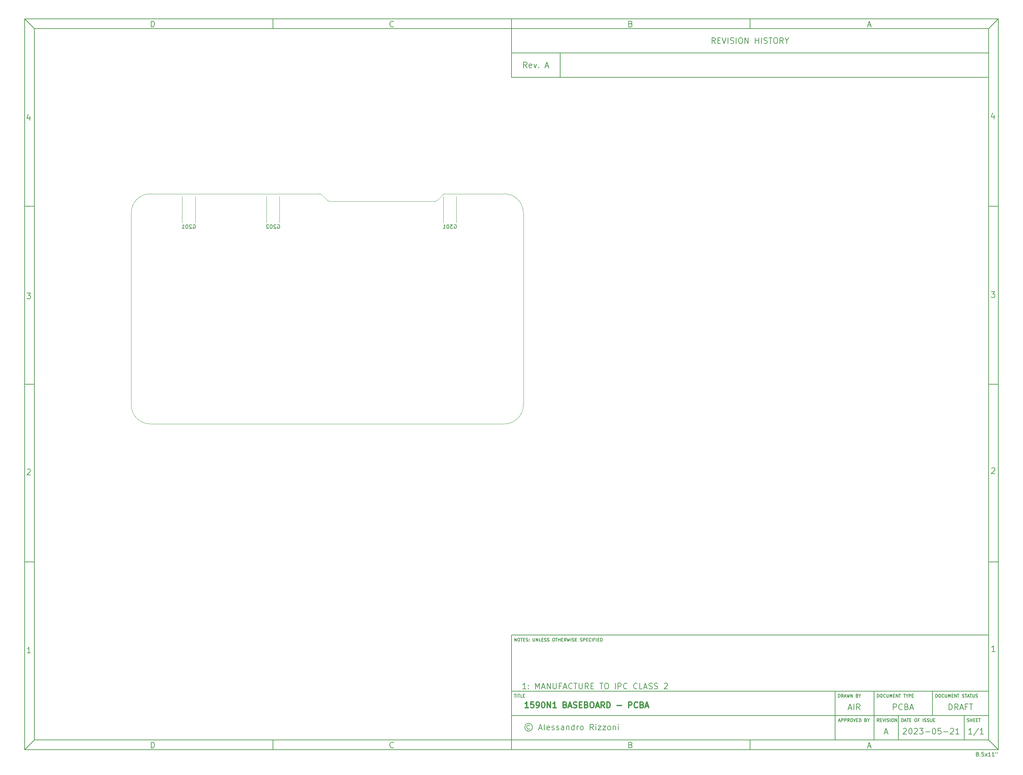
<source format=gbr>
%TF.GenerationSoftware,KiCad,Pcbnew,7.0.7*%
%TF.CreationDate,2023-08-19T17:10:16-04:00*%
%TF.ProjectId,baseboard,62617365-626f-4617-9264-2e6b69636164,A*%
%TF.SameCoordinates,Original*%
%TF.FileFunction,Legend,Bot*%
%TF.FilePolarity,Positive*%
%FSLAX46Y46*%
G04 Gerber Fmt 4.6, Leading zero omitted, Abs format (unit mm)*
G04 Created by KiCad (PCBNEW 7.0.7) date 2023-08-19 17:10:16*
%MOMM*%
%LPD*%
G01*
G04 APERTURE LIST*
%ADD10C,0.100000*%
%ADD11C,0.150000*%
%ADD12C,0.300000*%
%ADD13C,0.153000*%
%ADD14C,0.120000*%
%TA.AperFunction,Profile*%
%ADD15C,0.050000*%
%TD*%
G04 APERTURE END LIST*
D10*
D11*
X259813572Y-199154128D02*
X258956429Y-199154128D01*
X259385000Y-199154128D02*
X259385000Y-197654128D01*
X259385000Y-197654128D02*
X259242143Y-197868414D01*
X259242143Y-197868414D02*
X259099286Y-198011271D01*
X259099286Y-198011271D02*
X258956429Y-198082700D01*
X261527857Y-197582700D02*
X260242143Y-199511271D01*
X262813572Y-199154128D02*
X261956429Y-199154128D01*
X262385000Y-199154128D02*
X262385000Y-197654128D01*
X262385000Y-197654128D02*
X262242143Y-197868414D01*
X262242143Y-197868414D02*
X262099286Y-198011271D01*
X262099286Y-198011271D02*
X261956429Y-198082700D01*
D10*
D11*
X140409874Y-188759295D02*
X140867017Y-188759295D01*
X140638445Y-189559295D02*
X140638445Y-188759295D01*
X141133684Y-189559295D02*
X141133684Y-188759295D01*
X141400350Y-188759295D02*
X141857493Y-188759295D01*
X141628921Y-189559295D02*
X141628921Y-188759295D01*
X142505112Y-189559295D02*
X142124160Y-189559295D01*
X142124160Y-189559295D02*
X142124160Y-188759295D01*
X142771779Y-189140247D02*
X143038445Y-189140247D01*
X143152731Y-189559295D02*
X142771779Y-189559295D01*
X142771779Y-189559295D02*
X142771779Y-188759295D01*
X142771779Y-188759295D02*
X143152731Y-188759295D01*
D10*
D11*
X235596303Y-195909295D02*
X235329636Y-195528342D01*
X235139160Y-195909295D02*
X235139160Y-195109295D01*
X235139160Y-195109295D02*
X235443922Y-195109295D01*
X235443922Y-195109295D02*
X235520112Y-195147390D01*
X235520112Y-195147390D02*
X235558207Y-195185485D01*
X235558207Y-195185485D02*
X235596303Y-195261676D01*
X235596303Y-195261676D02*
X235596303Y-195375961D01*
X235596303Y-195375961D02*
X235558207Y-195452152D01*
X235558207Y-195452152D02*
X235520112Y-195490247D01*
X235520112Y-195490247D02*
X235443922Y-195528342D01*
X235443922Y-195528342D02*
X235139160Y-195528342D01*
X235939160Y-195490247D02*
X236205826Y-195490247D01*
X236320112Y-195909295D02*
X235939160Y-195909295D01*
X235939160Y-195909295D02*
X235939160Y-195109295D01*
X235939160Y-195109295D02*
X236320112Y-195109295D01*
X236548684Y-195109295D02*
X236815351Y-195909295D01*
X236815351Y-195909295D02*
X237082017Y-195109295D01*
X237348684Y-195909295D02*
X237348684Y-195109295D01*
X237691540Y-195871200D02*
X237805826Y-195909295D01*
X237805826Y-195909295D02*
X237996302Y-195909295D01*
X237996302Y-195909295D02*
X238072493Y-195871200D01*
X238072493Y-195871200D02*
X238110588Y-195833104D01*
X238110588Y-195833104D02*
X238148683Y-195756914D01*
X238148683Y-195756914D02*
X238148683Y-195680723D01*
X238148683Y-195680723D02*
X238110588Y-195604533D01*
X238110588Y-195604533D02*
X238072493Y-195566438D01*
X238072493Y-195566438D02*
X237996302Y-195528342D01*
X237996302Y-195528342D02*
X237843921Y-195490247D01*
X237843921Y-195490247D02*
X237767731Y-195452152D01*
X237767731Y-195452152D02*
X237729636Y-195414057D01*
X237729636Y-195414057D02*
X237691540Y-195337866D01*
X237691540Y-195337866D02*
X237691540Y-195261676D01*
X237691540Y-195261676D02*
X237729636Y-195185485D01*
X237729636Y-195185485D02*
X237767731Y-195147390D01*
X237767731Y-195147390D02*
X237843921Y-195109295D01*
X237843921Y-195109295D02*
X238034398Y-195109295D01*
X238034398Y-195109295D02*
X238148683Y-195147390D01*
X238491541Y-195909295D02*
X238491541Y-195109295D01*
X239024874Y-195109295D02*
X239177255Y-195109295D01*
X239177255Y-195109295D02*
X239253445Y-195147390D01*
X239253445Y-195147390D02*
X239329636Y-195223580D01*
X239329636Y-195223580D02*
X239367731Y-195375961D01*
X239367731Y-195375961D02*
X239367731Y-195642628D01*
X239367731Y-195642628D02*
X239329636Y-195795009D01*
X239329636Y-195795009D02*
X239253445Y-195871200D01*
X239253445Y-195871200D02*
X239177255Y-195909295D01*
X239177255Y-195909295D02*
X239024874Y-195909295D01*
X239024874Y-195909295D02*
X238948683Y-195871200D01*
X238948683Y-195871200D02*
X238872493Y-195795009D01*
X238872493Y-195795009D02*
X238834397Y-195642628D01*
X238834397Y-195642628D02*
X238834397Y-195375961D01*
X238834397Y-195375961D02*
X238872493Y-195223580D01*
X238872493Y-195223580D02*
X238948683Y-195147390D01*
X238948683Y-195147390D02*
X239024874Y-195109295D01*
X239710588Y-195909295D02*
X239710588Y-195109295D01*
X239710588Y-195109295D02*
X240167731Y-195909295D01*
X240167731Y-195909295D02*
X240167731Y-195109295D01*
D10*
D11*
X241489160Y-195909295D02*
X241489160Y-195109295D01*
X241489160Y-195109295D02*
X241679636Y-195109295D01*
X241679636Y-195109295D02*
X241793922Y-195147390D01*
X241793922Y-195147390D02*
X241870112Y-195223580D01*
X241870112Y-195223580D02*
X241908207Y-195299771D01*
X241908207Y-195299771D02*
X241946303Y-195452152D01*
X241946303Y-195452152D02*
X241946303Y-195566438D01*
X241946303Y-195566438D02*
X241908207Y-195718819D01*
X241908207Y-195718819D02*
X241870112Y-195795009D01*
X241870112Y-195795009D02*
X241793922Y-195871200D01*
X241793922Y-195871200D02*
X241679636Y-195909295D01*
X241679636Y-195909295D02*
X241489160Y-195909295D01*
X242251064Y-195680723D02*
X242632017Y-195680723D01*
X242174874Y-195909295D02*
X242441541Y-195109295D01*
X242441541Y-195109295D02*
X242708207Y-195909295D01*
X242860588Y-195109295D02*
X243317731Y-195109295D01*
X243089159Y-195909295D02*
X243089159Y-195109295D01*
X243584398Y-195490247D02*
X243851064Y-195490247D01*
X243965350Y-195909295D02*
X243584398Y-195909295D01*
X243584398Y-195909295D02*
X243584398Y-195109295D01*
X243584398Y-195109295D02*
X243965350Y-195109295D01*
X245070113Y-195109295D02*
X245222494Y-195109295D01*
X245222494Y-195109295D02*
X245298684Y-195147390D01*
X245298684Y-195147390D02*
X245374875Y-195223580D01*
X245374875Y-195223580D02*
X245412970Y-195375961D01*
X245412970Y-195375961D02*
X245412970Y-195642628D01*
X245412970Y-195642628D02*
X245374875Y-195795009D01*
X245374875Y-195795009D02*
X245298684Y-195871200D01*
X245298684Y-195871200D02*
X245222494Y-195909295D01*
X245222494Y-195909295D02*
X245070113Y-195909295D01*
X245070113Y-195909295D02*
X244993922Y-195871200D01*
X244993922Y-195871200D02*
X244917732Y-195795009D01*
X244917732Y-195795009D02*
X244879636Y-195642628D01*
X244879636Y-195642628D02*
X244879636Y-195375961D01*
X244879636Y-195375961D02*
X244917732Y-195223580D01*
X244917732Y-195223580D02*
X244993922Y-195147390D01*
X244993922Y-195147390D02*
X245070113Y-195109295D01*
X246022493Y-195490247D02*
X245755827Y-195490247D01*
X245755827Y-195909295D02*
X245755827Y-195109295D01*
X245755827Y-195109295D02*
X246136779Y-195109295D01*
X247051065Y-195909295D02*
X247051065Y-195109295D01*
X247393921Y-195871200D02*
X247508207Y-195909295D01*
X247508207Y-195909295D02*
X247698683Y-195909295D01*
X247698683Y-195909295D02*
X247774874Y-195871200D01*
X247774874Y-195871200D02*
X247812969Y-195833104D01*
X247812969Y-195833104D02*
X247851064Y-195756914D01*
X247851064Y-195756914D02*
X247851064Y-195680723D01*
X247851064Y-195680723D02*
X247812969Y-195604533D01*
X247812969Y-195604533D02*
X247774874Y-195566438D01*
X247774874Y-195566438D02*
X247698683Y-195528342D01*
X247698683Y-195528342D02*
X247546302Y-195490247D01*
X247546302Y-195490247D02*
X247470112Y-195452152D01*
X247470112Y-195452152D02*
X247432017Y-195414057D01*
X247432017Y-195414057D02*
X247393921Y-195337866D01*
X247393921Y-195337866D02*
X247393921Y-195261676D01*
X247393921Y-195261676D02*
X247432017Y-195185485D01*
X247432017Y-195185485D02*
X247470112Y-195147390D01*
X247470112Y-195147390D02*
X247546302Y-195109295D01*
X247546302Y-195109295D02*
X247736779Y-195109295D01*
X247736779Y-195109295D02*
X247851064Y-195147390D01*
X248155826Y-195871200D02*
X248270112Y-195909295D01*
X248270112Y-195909295D02*
X248460588Y-195909295D01*
X248460588Y-195909295D02*
X248536779Y-195871200D01*
X248536779Y-195871200D02*
X248574874Y-195833104D01*
X248574874Y-195833104D02*
X248612969Y-195756914D01*
X248612969Y-195756914D02*
X248612969Y-195680723D01*
X248612969Y-195680723D02*
X248574874Y-195604533D01*
X248574874Y-195604533D02*
X248536779Y-195566438D01*
X248536779Y-195566438D02*
X248460588Y-195528342D01*
X248460588Y-195528342D02*
X248308207Y-195490247D01*
X248308207Y-195490247D02*
X248232017Y-195452152D01*
X248232017Y-195452152D02*
X248193922Y-195414057D01*
X248193922Y-195414057D02*
X248155826Y-195337866D01*
X248155826Y-195337866D02*
X248155826Y-195261676D01*
X248155826Y-195261676D02*
X248193922Y-195185485D01*
X248193922Y-195185485D02*
X248232017Y-195147390D01*
X248232017Y-195147390D02*
X248308207Y-195109295D01*
X248308207Y-195109295D02*
X248498684Y-195109295D01*
X248498684Y-195109295D02*
X248612969Y-195147390D01*
X248955827Y-195109295D02*
X248955827Y-195756914D01*
X248955827Y-195756914D02*
X248993922Y-195833104D01*
X248993922Y-195833104D02*
X249032017Y-195871200D01*
X249032017Y-195871200D02*
X249108208Y-195909295D01*
X249108208Y-195909295D02*
X249260589Y-195909295D01*
X249260589Y-195909295D02*
X249336779Y-195871200D01*
X249336779Y-195871200D02*
X249374874Y-195833104D01*
X249374874Y-195833104D02*
X249412970Y-195756914D01*
X249412970Y-195756914D02*
X249412970Y-195109295D01*
X249793922Y-195490247D02*
X250060588Y-195490247D01*
X250174874Y-195909295D02*
X249793922Y-195909295D01*
X249793922Y-195909295D02*
X249793922Y-195109295D01*
X249793922Y-195109295D02*
X250174874Y-195109295D01*
D10*
D11*
X258596064Y-195871200D02*
X258710350Y-195909295D01*
X258710350Y-195909295D02*
X258900826Y-195909295D01*
X258900826Y-195909295D02*
X258977017Y-195871200D01*
X258977017Y-195871200D02*
X259015112Y-195833104D01*
X259015112Y-195833104D02*
X259053207Y-195756914D01*
X259053207Y-195756914D02*
X259053207Y-195680723D01*
X259053207Y-195680723D02*
X259015112Y-195604533D01*
X259015112Y-195604533D02*
X258977017Y-195566438D01*
X258977017Y-195566438D02*
X258900826Y-195528342D01*
X258900826Y-195528342D02*
X258748445Y-195490247D01*
X258748445Y-195490247D02*
X258672255Y-195452152D01*
X258672255Y-195452152D02*
X258634160Y-195414057D01*
X258634160Y-195414057D02*
X258596064Y-195337866D01*
X258596064Y-195337866D02*
X258596064Y-195261676D01*
X258596064Y-195261676D02*
X258634160Y-195185485D01*
X258634160Y-195185485D02*
X258672255Y-195147390D01*
X258672255Y-195147390D02*
X258748445Y-195109295D01*
X258748445Y-195109295D02*
X258938922Y-195109295D01*
X258938922Y-195109295D02*
X259053207Y-195147390D01*
X259396065Y-195909295D02*
X259396065Y-195109295D01*
X259396065Y-195490247D02*
X259853208Y-195490247D01*
X259853208Y-195909295D02*
X259853208Y-195109295D01*
X260234160Y-195490247D02*
X260500826Y-195490247D01*
X260615112Y-195909295D02*
X260234160Y-195909295D01*
X260234160Y-195909295D02*
X260234160Y-195109295D01*
X260234160Y-195109295D02*
X260615112Y-195109295D01*
X260957970Y-195490247D02*
X261224636Y-195490247D01*
X261338922Y-195909295D02*
X260957970Y-195909295D01*
X260957970Y-195909295D02*
X260957970Y-195109295D01*
X260957970Y-195109295D02*
X261338922Y-195109295D01*
X261567494Y-195109295D02*
X262024637Y-195109295D01*
X261796065Y-195909295D02*
X261796065Y-195109295D01*
D10*
D11*
X239299285Y-192804128D02*
X239299285Y-191304128D01*
X239299285Y-191304128D02*
X239870714Y-191304128D01*
X239870714Y-191304128D02*
X240013571Y-191375557D01*
X240013571Y-191375557D02*
X240085000Y-191446985D01*
X240085000Y-191446985D02*
X240156428Y-191589842D01*
X240156428Y-191589842D02*
X240156428Y-191804128D01*
X240156428Y-191804128D02*
X240085000Y-191946985D01*
X240085000Y-191946985D02*
X240013571Y-192018414D01*
X240013571Y-192018414D02*
X239870714Y-192089842D01*
X239870714Y-192089842D02*
X239299285Y-192089842D01*
X241656428Y-192661271D02*
X241585000Y-192732700D01*
X241585000Y-192732700D02*
X241370714Y-192804128D01*
X241370714Y-192804128D02*
X241227857Y-192804128D01*
X241227857Y-192804128D02*
X241013571Y-192732700D01*
X241013571Y-192732700D02*
X240870714Y-192589842D01*
X240870714Y-192589842D02*
X240799285Y-192446985D01*
X240799285Y-192446985D02*
X240727857Y-192161271D01*
X240727857Y-192161271D02*
X240727857Y-191946985D01*
X240727857Y-191946985D02*
X240799285Y-191661271D01*
X240799285Y-191661271D02*
X240870714Y-191518414D01*
X240870714Y-191518414D02*
X241013571Y-191375557D01*
X241013571Y-191375557D02*
X241227857Y-191304128D01*
X241227857Y-191304128D02*
X241370714Y-191304128D01*
X241370714Y-191304128D02*
X241585000Y-191375557D01*
X241585000Y-191375557D02*
X241656428Y-191446985D01*
X242799285Y-192018414D02*
X243013571Y-192089842D01*
X243013571Y-192089842D02*
X243085000Y-192161271D01*
X243085000Y-192161271D02*
X243156428Y-192304128D01*
X243156428Y-192304128D02*
X243156428Y-192518414D01*
X243156428Y-192518414D02*
X243085000Y-192661271D01*
X243085000Y-192661271D02*
X243013571Y-192732700D01*
X243013571Y-192732700D02*
X242870714Y-192804128D01*
X242870714Y-192804128D02*
X242299285Y-192804128D01*
X242299285Y-192804128D02*
X242299285Y-191304128D01*
X242299285Y-191304128D02*
X242799285Y-191304128D01*
X242799285Y-191304128D02*
X242942143Y-191375557D01*
X242942143Y-191375557D02*
X243013571Y-191446985D01*
X243013571Y-191446985D02*
X243085000Y-191589842D01*
X243085000Y-191589842D02*
X243085000Y-191732700D01*
X243085000Y-191732700D02*
X243013571Y-191875557D01*
X243013571Y-191875557D02*
X242942143Y-191946985D01*
X242942143Y-191946985D02*
X242799285Y-192018414D01*
X242799285Y-192018414D02*
X242299285Y-192018414D01*
X243727857Y-192375557D02*
X244442143Y-192375557D01*
X243585000Y-192804128D02*
X244085000Y-191304128D01*
X244085000Y-191304128D02*
X244585000Y-192804128D01*
D10*
D11*
X225068064Y-195680723D02*
X225449017Y-195680723D01*
X224991874Y-195909295D02*
X225258541Y-195109295D01*
X225258541Y-195109295D02*
X225525207Y-195909295D01*
X225791874Y-195909295D02*
X225791874Y-195109295D01*
X225791874Y-195109295D02*
X226096636Y-195109295D01*
X226096636Y-195109295D02*
X226172826Y-195147390D01*
X226172826Y-195147390D02*
X226210921Y-195185485D01*
X226210921Y-195185485D02*
X226249017Y-195261676D01*
X226249017Y-195261676D02*
X226249017Y-195375961D01*
X226249017Y-195375961D02*
X226210921Y-195452152D01*
X226210921Y-195452152D02*
X226172826Y-195490247D01*
X226172826Y-195490247D02*
X226096636Y-195528342D01*
X226096636Y-195528342D02*
X225791874Y-195528342D01*
X226591874Y-195909295D02*
X226591874Y-195109295D01*
X226591874Y-195109295D02*
X226896636Y-195109295D01*
X226896636Y-195109295D02*
X226972826Y-195147390D01*
X226972826Y-195147390D02*
X227010921Y-195185485D01*
X227010921Y-195185485D02*
X227049017Y-195261676D01*
X227049017Y-195261676D02*
X227049017Y-195375961D01*
X227049017Y-195375961D02*
X227010921Y-195452152D01*
X227010921Y-195452152D02*
X226972826Y-195490247D01*
X226972826Y-195490247D02*
X226896636Y-195528342D01*
X226896636Y-195528342D02*
X226591874Y-195528342D01*
X227849017Y-195909295D02*
X227582350Y-195528342D01*
X227391874Y-195909295D02*
X227391874Y-195109295D01*
X227391874Y-195109295D02*
X227696636Y-195109295D01*
X227696636Y-195109295D02*
X227772826Y-195147390D01*
X227772826Y-195147390D02*
X227810921Y-195185485D01*
X227810921Y-195185485D02*
X227849017Y-195261676D01*
X227849017Y-195261676D02*
X227849017Y-195375961D01*
X227849017Y-195375961D02*
X227810921Y-195452152D01*
X227810921Y-195452152D02*
X227772826Y-195490247D01*
X227772826Y-195490247D02*
X227696636Y-195528342D01*
X227696636Y-195528342D02*
X227391874Y-195528342D01*
X228344255Y-195109295D02*
X228496636Y-195109295D01*
X228496636Y-195109295D02*
X228572826Y-195147390D01*
X228572826Y-195147390D02*
X228649017Y-195223580D01*
X228649017Y-195223580D02*
X228687112Y-195375961D01*
X228687112Y-195375961D02*
X228687112Y-195642628D01*
X228687112Y-195642628D02*
X228649017Y-195795009D01*
X228649017Y-195795009D02*
X228572826Y-195871200D01*
X228572826Y-195871200D02*
X228496636Y-195909295D01*
X228496636Y-195909295D02*
X228344255Y-195909295D01*
X228344255Y-195909295D02*
X228268064Y-195871200D01*
X228268064Y-195871200D02*
X228191874Y-195795009D01*
X228191874Y-195795009D02*
X228153778Y-195642628D01*
X228153778Y-195642628D02*
X228153778Y-195375961D01*
X228153778Y-195375961D02*
X228191874Y-195223580D01*
X228191874Y-195223580D02*
X228268064Y-195147390D01*
X228268064Y-195147390D02*
X228344255Y-195109295D01*
X228915683Y-195109295D02*
X229182350Y-195909295D01*
X229182350Y-195909295D02*
X229449016Y-195109295D01*
X229715683Y-195490247D02*
X229982349Y-195490247D01*
X230096635Y-195909295D02*
X229715683Y-195909295D01*
X229715683Y-195909295D02*
X229715683Y-195109295D01*
X229715683Y-195109295D02*
X230096635Y-195109295D01*
X230439493Y-195909295D02*
X230439493Y-195109295D01*
X230439493Y-195109295D02*
X230629969Y-195109295D01*
X230629969Y-195109295D02*
X230744255Y-195147390D01*
X230744255Y-195147390D02*
X230820445Y-195223580D01*
X230820445Y-195223580D02*
X230858540Y-195299771D01*
X230858540Y-195299771D02*
X230896636Y-195452152D01*
X230896636Y-195452152D02*
X230896636Y-195566438D01*
X230896636Y-195566438D02*
X230858540Y-195718819D01*
X230858540Y-195718819D02*
X230820445Y-195795009D01*
X230820445Y-195795009D02*
X230744255Y-195871200D01*
X230744255Y-195871200D02*
X230629969Y-195909295D01*
X230629969Y-195909295D02*
X230439493Y-195909295D01*
X232115683Y-195490247D02*
X232229969Y-195528342D01*
X232229969Y-195528342D02*
X232268064Y-195566438D01*
X232268064Y-195566438D02*
X232306160Y-195642628D01*
X232306160Y-195642628D02*
X232306160Y-195756914D01*
X232306160Y-195756914D02*
X232268064Y-195833104D01*
X232268064Y-195833104D02*
X232229969Y-195871200D01*
X232229969Y-195871200D02*
X232153779Y-195909295D01*
X232153779Y-195909295D02*
X231849017Y-195909295D01*
X231849017Y-195909295D02*
X231849017Y-195109295D01*
X231849017Y-195109295D02*
X232115683Y-195109295D01*
X232115683Y-195109295D02*
X232191874Y-195147390D01*
X232191874Y-195147390D02*
X232229969Y-195185485D01*
X232229969Y-195185485D02*
X232268064Y-195261676D01*
X232268064Y-195261676D02*
X232268064Y-195337866D01*
X232268064Y-195337866D02*
X232229969Y-195414057D01*
X232229969Y-195414057D02*
X232191874Y-195452152D01*
X232191874Y-195452152D02*
X232115683Y-195490247D01*
X232115683Y-195490247D02*
X231849017Y-195490247D01*
X232801398Y-195528342D02*
X232801398Y-195909295D01*
X232534731Y-195109295D02*
X232801398Y-195528342D01*
X232801398Y-195528342D02*
X233068064Y-195109295D01*
D10*
D11*
X144445112Y-196918271D02*
X144302255Y-196846842D01*
X144302255Y-196846842D02*
X144016541Y-196846842D01*
X144016541Y-196846842D02*
X143873684Y-196918271D01*
X143873684Y-196918271D02*
X143730826Y-197061128D01*
X143730826Y-197061128D02*
X143659398Y-197203985D01*
X143659398Y-197203985D02*
X143659398Y-197489700D01*
X143659398Y-197489700D02*
X143730826Y-197632557D01*
X143730826Y-197632557D02*
X143873684Y-197775414D01*
X143873684Y-197775414D02*
X144016541Y-197846842D01*
X144016541Y-197846842D02*
X144302255Y-197846842D01*
X144302255Y-197846842D02*
X144445112Y-197775414D01*
X144159398Y-196346842D02*
X143802255Y-196418271D01*
X143802255Y-196418271D02*
X143445112Y-196632557D01*
X143445112Y-196632557D02*
X143230826Y-196989700D01*
X143230826Y-196989700D02*
X143159398Y-197346842D01*
X143159398Y-197346842D02*
X143230826Y-197703985D01*
X143230826Y-197703985D02*
X143445112Y-198061128D01*
X143445112Y-198061128D02*
X143802255Y-198275414D01*
X143802255Y-198275414D02*
X144159398Y-198346842D01*
X144159398Y-198346842D02*
X144516541Y-198275414D01*
X144516541Y-198275414D02*
X144873684Y-198061128D01*
X144873684Y-198061128D02*
X145087969Y-197703985D01*
X145087969Y-197703985D02*
X145159398Y-197346842D01*
X145159398Y-197346842D02*
X145087969Y-196989700D01*
X145087969Y-196989700D02*
X144873684Y-196632557D01*
X144873684Y-196632557D02*
X144516541Y-196418271D01*
X144516541Y-196418271D02*
X144159398Y-196346842D01*
X146873684Y-197632557D02*
X147587970Y-197632557D01*
X146730827Y-198061128D02*
X147230827Y-196561128D01*
X147230827Y-196561128D02*
X147730827Y-198061128D01*
X148445112Y-198061128D02*
X148302255Y-197989700D01*
X148302255Y-197989700D02*
X148230826Y-197846842D01*
X148230826Y-197846842D02*
X148230826Y-196561128D01*
X149587969Y-197989700D02*
X149445112Y-198061128D01*
X149445112Y-198061128D02*
X149159398Y-198061128D01*
X149159398Y-198061128D02*
X149016540Y-197989700D01*
X149016540Y-197989700D02*
X148945112Y-197846842D01*
X148945112Y-197846842D02*
X148945112Y-197275414D01*
X148945112Y-197275414D02*
X149016540Y-197132557D01*
X149016540Y-197132557D02*
X149159398Y-197061128D01*
X149159398Y-197061128D02*
X149445112Y-197061128D01*
X149445112Y-197061128D02*
X149587969Y-197132557D01*
X149587969Y-197132557D02*
X149659398Y-197275414D01*
X149659398Y-197275414D02*
X149659398Y-197418271D01*
X149659398Y-197418271D02*
X148945112Y-197561128D01*
X150230826Y-197989700D02*
X150373683Y-198061128D01*
X150373683Y-198061128D02*
X150659397Y-198061128D01*
X150659397Y-198061128D02*
X150802254Y-197989700D01*
X150802254Y-197989700D02*
X150873683Y-197846842D01*
X150873683Y-197846842D02*
X150873683Y-197775414D01*
X150873683Y-197775414D02*
X150802254Y-197632557D01*
X150802254Y-197632557D02*
X150659397Y-197561128D01*
X150659397Y-197561128D02*
X150445112Y-197561128D01*
X150445112Y-197561128D02*
X150302254Y-197489700D01*
X150302254Y-197489700D02*
X150230826Y-197346842D01*
X150230826Y-197346842D02*
X150230826Y-197275414D01*
X150230826Y-197275414D02*
X150302254Y-197132557D01*
X150302254Y-197132557D02*
X150445112Y-197061128D01*
X150445112Y-197061128D02*
X150659397Y-197061128D01*
X150659397Y-197061128D02*
X150802254Y-197132557D01*
X151445112Y-197989700D02*
X151587969Y-198061128D01*
X151587969Y-198061128D02*
X151873683Y-198061128D01*
X151873683Y-198061128D02*
X152016540Y-197989700D01*
X152016540Y-197989700D02*
X152087969Y-197846842D01*
X152087969Y-197846842D02*
X152087969Y-197775414D01*
X152087969Y-197775414D02*
X152016540Y-197632557D01*
X152016540Y-197632557D02*
X151873683Y-197561128D01*
X151873683Y-197561128D02*
X151659398Y-197561128D01*
X151659398Y-197561128D02*
X151516540Y-197489700D01*
X151516540Y-197489700D02*
X151445112Y-197346842D01*
X151445112Y-197346842D02*
X151445112Y-197275414D01*
X151445112Y-197275414D02*
X151516540Y-197132557D01*
X151516540Y-197132557D02*
X151659398Y-197061128D01*
X151659398Y-197061128D02*
X151873683Y-197061128D01*
X151873683Y-197061128D02*
X152016540Y-197132557D01*
X153373684Y-198061128D02*
X153373684Y-197275414D01*
X153373684Y-197275414D02*
X153302255Y-197132557D01*
X153302255Y-197132557D02*
X153159398Y-197061128D01*
X153159398Y-197061128D02*
X152873684Y-197061128D01*
X152873684Y-197061128D02*
X152730826Y-197132557D01*
X153373684Y-197989700D02*
X153230826Y-198061128D01*
X153230826Y-198061128D02*
X152873684Y-198061128D01*
X152873684Y-198061128D02*
X152730826Y-197989700D01*
X152730826Y-197989700D02*
X152659398Y-197846842D01*
X152659398Y-197846842D02*
X152659398Y-197703985D01*
X152659398Y-197703985D02*
X152730826Y-197561128D01*
X152730826Y-197561128D02*
X152873684Y-197489700D01*
X152873684Y-197489700D02*
X153230826Y-197489700D01*
X153230826Y-197489700D02*
X153373684Y-197418271D01*
X154087969Y-197061128D02*
X154087969Y-198061128D01*
X154087969Y-197203985D02*
X154159398Y-197132557D01*
X154159398Y-197132557D02*
X154302255Y-197061128D01*
X154302255Y-197061128D02*
X154516541Y-197061128D01*
X154516541Y-197061128D02*
X154659398Y-197132557D01*
X154659398Y-197132557D02*
X154730827Y-197275414D01*
X154730827Y-197275414D02*
X154730827Y-198061128D01*
X156087970Y-198061128D02*
X156087970Y-196561128D01*
X156087970Y-197989700D02*
X155945112Y-198061128D01*
X155945112Y-198061128D02*
X155659398Y-198061128D01*
X155659398Y-198061128D02*
X155516541Y-197989700D01*
X155516541Y-197989700D02*
X155445112Y-197918271D01*
X155445112Y-197918271D02*
X155373684Y-197775414D01*
X155373684Y-197775414D02*
X155373684Y-197346842D01*
X155373684Y-197346842D02*
X155445112Y-197203985D01*
X155445112Y-197203985D02*
X155516541Y-197132557D01*
X155516541Y-197132557D02*
X155659398Y-197061128D01*
X155659398Y-197061128D02*
X155945112Y-197061128D01*
X155945112Y-197061128D02*
X156087970Y-197132557D01*
X156802255Y-198061128D02*
X156802255Y-197061128D01*
X156802255Y-197346842D02*
X156873684Y-197203985D01*
X156873684Y-197203985D02*
X156945113Y-197132557D01*
X156945113Y-197132557D02*
X157087970Y-197061128D01*
X157087970Y-197061128D02*
X157230827Y-197061128D01*
X157945112Y-198061128D02*
X157802255Y-197989700D01*
X157802255Y-197989700D02*
X157730826Y-197918271D01*
X157730826Y-197918271D02*
X157659398Y-197775414D01*
X157659398Y-197775414D02*
X157659398Y-197346842D01*
X157659398Y-197346842D02*
X157730826Y-197203985D01*
X157730826Y-197203985D02*
X157802255Y-197132557D01*
X157802255Y-197132557D02*
X157945112Y-197061128D01*
X157945112Y-197061128D02*
X158159398Y-197061128D01*
X158159398Y-197061128D02*
X158302255Y-197132557D01*
X158302255Y-197132557D02*
X158373684Y-197203985D01*
X158373684Y-197203985D02*
X158445112Y-197346842D01*
X158445112Y-197346842D02*
X158445112Y-197775414D01*
X158445112Y-197775414D02*
X158373684Y-197918271D01*
X158373684Y-197918271D02*
X158302255Y-197989700D01*
X158302255Y-197989700D02*
X158159398Y-198061128D01*
X158159398Y-198061128D02*
X157945112Y-198061128D01*
X161087969Y-198061128D02*
X160587969Y-197346842D01*
X160230826Y-198061128D02*
X160230826Y-196561128D01*
X160230826Y-196561128D02*
X160802255Y-196561128D01*
X160802255Y-196561128D02*
X160945112Y-196632557D01*
X160945112Y-196632557D02*
X161016541Y-196703985D01*
X161016541Y-196703985D02*
X161087969Y-196846842D01*
X161087969Y-196846842D02*
X161087969Y-197061128D01*
X161087969Y-197061128D02*
X161016541Y-197203985D01*
X161016541Y-197203985D02*
X160945112Y-197275414D01*
X160945112Y-197275414D02*
X160802255Y-197346842D01*
X160802255Y-197346842D02*
X160230826Y-197346842D01*
X161730826Y-198061128D02*
X161730826Y-197061128D01*
X161730826Y-196561128D02*
X161659398Y-196632557D01*
X161659398Y-196632557D02*
X161730826Y-196703985D01*
X161730826Y-196703985D02*
X161802255Y-196632557D01*
X161802255Y-196632557D02*
X161730826Y-196561128D01*
X161730826Y-196561128D02*
X161730826Y-196703985D01*
X162302255Y-197061128D02*
X163087970Y-197061128D01*
X163087970Y-197061128D02*
X162302255Y-198061128D01*
X162302255Y-198061128D02*
X163087970Y-198061128D01*
X163516541Y-197061128D02*
X164302256Y-197061128D01*
X164302256Y-197061128D02*
X163516541Y-198061128D01*
X163516541Y-198061128D02*
X164302256Y-198061128D01*
X165087970Y-198061128D02*
X164945113Y-197989700D01*
X164945113Y-197989700D02*
X164873684Y-197918271D01*
X164873684Y-197918271D02*
X164802256Y-197775414D01*
X164802256Y-197775414D02*
X164802256Y-197346842D01*
X164802256Y-197346842D02*
X164873684Y-197203985D01*
X164873684Y-197203985D02*
X164945113Y-197132557D01*
X164945113Y-197132557D02*
X165087970Y-197061128D01*
X165087970Y-197061128D02*
X165302256Y-197061128D01*
X165302256Y-197061128D02*
X165445113Y-197132557D01*
X165445113Y-197132557D02*
X165516542Y-197203985D01*
X165516542Y-197203985D02*
X165587970Y-197346842D01*
X165587970Y-197346842D02*
X165587970Y-197775414D01*
X165587970Y-197775414D02*
X165516542Y-197918271D01*
X165516542Y-197918271D02*
X165445113Y-197989700D01*
X165445113Y-197989700D02*
X165302256Y-198061128D01*
X165302256Y-198061128D02*
X165087970Y-198061128D01*
X166230827Y-197061128D02*
X166230827Y-198061128D01*
X166230827Y-197203985D02*
X166302256Y-197132557D01*
X166302256Y-197132557D02*
X166445113Y-197061128D01*
X166445113Y-197061128D02*
X166659399Y-197061128D01*
X166659399Y-197061128D02*
X166802256Y-197132557D01*
X166802256Y-197132557D02*
X166873685Y-197275414D01*
X166873685Y-197275414D02*
X166873685Y-198061128D01*
X167587970Y-198061128D02*
X167587970Y-197061128D01*
X167587970Y-196561128D02*
X167516542Y-196632557D01*
X167516542Y-196632557D02*
X167587970Y-196703985D01*
X167587970Y-196703985D02*
X167659399Y-196632557D01*
X167659399Y-196632557D02*
X167587970Y-196561128D01*
X167587970Y-196561128D02*
X167587970Y-196703985D01*
D10*
D11*
X227670714Y-192375557D02*
X228385000Y-192375557D01*
X227527857Y-192804128D02*
X228027857Y-191304128D01*
X228027857Y-191304128D02*
X228527857Y-192804128D01*
X229027856Y-192804128D02*
X229027856Y-191304128D01*
X230599285Y-192804128D02*
X230099285Y-192089842D01*
X229742142Y-192804128D02*
X229742142Y-191304128D01*
X229742142Y-191304128D02*
X230313571Y-191304128D01*
X230313571Y-191304128D02*
X230456428Y-191375557D01*
X230456428Y-191375557D02*
X230527857Y-191446985D01*
X230527857Y-191446985D02*
X230599285Y-191589842D01*
X230599285Y-191589842D02*
X230599285Y-191804128D01*
X230599285Y-191804128D02*
X230527857Y-191946985D01*
X230527857Y-191946985D02*
X230456428Y-192018414D01*
X230456428Y-192018414D02*
X230313571Y-192089842D01*
X230313571Y-192089842D02*
X229742142Y-192089842D01*
D10*
D11*
D10*
D11*
X250379160Y-189559295D02*
X250379160Y-188759295D01*
X250379160Y-188759295D02*
X250569636Y-188759295D01*
X250569636Y-188759295D02*
X250683922Y-188797390D01*
X250683922Y-188797390D02*
X250760112Y-188873580D01*
X250760112Y-188873580D02*
X250798207Y-188949771D01*
X250798207Y-188949771D02*
X250836303Y-189102152D01*
X250836303Y-189102152D02*
X250836303Y-189216438D01*
X250836303Y-189216438D02*
X250798207Y-189368819D01*
X250798207Y-189368819D02*
X250760112Y-189445009D01*
X250760112Y-189445009D02*
X250683922Y-189521200D01*
X250683922Y-189521200D02*
X250569636Y-189559295D01*
X250569636Y-189559295D02*
X250379160Y-189559295D01*
X251331541Y-188759295D02*
X251483922Y-188759295D01*
X251483922Y-188759295D02*
X251560112Y-188797390D01*
X251560112Y-188797390D02*
X251636303Y-188873580D01*
X251636303Y-188873580D02*
X251674398Y-189025961D01*
X251674398Y-189025961D02*
X251674398Y-189292628D01*
X251674398Y-189292628D02*
X251636303Y-189445009D01*
X251636303Y-189445009D02*
X251560112Y-189521200D01*
X251560112Y-189521200D02*
X251483922Y-189559295D01*
X251483922Y-189559295D02*
X251331541Y-189559295D01*
X251331541Y-189559295D02*
X251255350Y-189521200D01*
X251255350Y-189521200D02*
X251179160Y-189445009D01*
X251179160Y-189445009D02*
X251141064Y-189292628D01*
X251141064Y-189292628D02*
X251141064Y-189025961D01*
X251141064Y-189025961D02*
X251179160Y-188873580D01*
X251179160Y-188873580D02*
X251255350Y-188797390D01*
X251255350Y-188797390D02*
X251331541Y-188759295D01*
X252474398Y-189483104D02*
X252436302Y-189521200D01*
X252436302Y-189521200D02*
X252322017Y-189559295D01*
X252322017Y-189559295D02*
X252245826Y-189559295D01*
X252245826Y-189559295D02*
X252131540Y-189521200D01*
X252131540Y-189521200D02*
X252055350Y-189445009D01*
X252055350Y-189445009D02*
X252017255Y-189368819D01*
X252017255Y-189368819D02*
X251979159Y-189216438D01*
X251979159Y-189216438D02*
X251979159Y-189102152D01*
X251979159Y-189102152D02*
X252017255Y-188949771D01*
X252017255Y-188949771D02*
X252055350Y-188873580D01*
X252055350Y-188873580D02*
X252131540Y-188797390D01*
X252131540Y-188797390D02*
X252245826Y-188759295D01*
X252245826Y-188759295D02*
X252322017Y-188759295D01*
X252322017Y-188759295D02*
X252436302Y-188797390D01*
X252436302Y-188797390D02*
X252474398Y-188835485D01*
X252817255Y-188759295D02*
X252817255Y-189406914D01*
X252817255Y-189406914D02*
X252855350Y-189483104D01*
X252855350Y-189483104D02*
X252893445Y-189521200D01*
X252893445Y-189521200D02*
X252969636Y-189559295D01*
X252969636Y-189559295D02*
X253122017Y-189559295D01*
X253122017Y-189559295D02*
X253198207Y-189521200D01*
X253198207Y-189521200D02*
X253236302Y-189483104D01*
X253236302Y-189483104D02*
X253274398Y-189406914D01*
X253274398Y-189406914D02*
X253274398Y-188759295D01*
X253655350Y-189559295D02*
X253655350Y-188759295D01*
X253655350Y-188759295D02*
X253922016Y-189330723D01*
X253922016Y-189330723D02*
X254188683Y-188759295D01*
X254188683Y-188759295D02*
X254188683Y-189559295D01*
X254569636Y-189140247D02*
X254836302Y-189140247D01*
X254950588Y-189559295D02*
X254569636Y-189559295D01*
X254569636Y-189559295D02*
X254569636Y-188759295D01*
X254569636Y-188759295D02*
X254950588Y-188759295D01*
X255293446Y-189559295D02*
X255293446Y-188759295D01*
X255293446Y-188759295D02*
X255750589Y-189559295D01*
X255750589Y-189559295D02*
X255750589Y-188759295D01*
X256017255Y-188759295D02*
X256474398Y-188759295D01*
X256245826Y-189559295D02*
X256245826Y-188759295D01*
X257312493Y-189521200D02*
X257426779Y-189559295D01*
X257426779Y-189559295D02*
X257617255Y-189559295D01*
X257617255Y-189559295D02*
X257693446Y-189521200D01*
X257693446Y-189521200D02*
X257731541Y-189483104D01*
X257731541Y-189483104D02*
X257769636Y-189406914D01*
X257769636Y-189406914D02*
X257769636Y-189330723D01*
X257769636Y-189330723D02*
X257731541Y-189254533D01*
X257731541Y-189254533D02*
X257693446Y-189216438D01*
X257693446Y-189216438D02*
X257617255Y-189178342D01*
X257617255Y-189178342D02*
X257464874Y-189140247D01*
X257464874Y-189140247D02*
X257388684Y-189102152D01*
X257388684Y-189102152D02*
X257350589Y-189064057D01*
X257350589Y-189064057D02*
X257312493Y-188987866D01*
X257312493Y-188987866D02*
X257312493Y-188911676D01*
X257312493Y-188911676D02*
X257350589Y-188835485D01*
X257350589Y-188835485D02*
X257388684Y-188797390D01*
X257388684Y-188797390D02*
X257464874Y-188759295D01*
X257464874Y-188759295D02*
X257655351Y-188759295D01*
X257655351Y-188759295D02*
X257769636Y-188797390D01*
X257998208Y-188759295D02*
X258455351Y-188759295D01*
X258226779Y-189559295D02*
X258226779Y-188759295D01*
X258683922Y-189330723D02*
X259064875Y-189330723D01*
X258607732Y-189559295D02*
X258874399Y-188759295D01*
X258874399Y-188759295D02*
X259141065Y-189559295D01*
X259293446Y-188759295D02*
X259750589Y-188759295D01*
X259522017Y-189559295D02*
X259522017Y-188759295D01*
X260017256Y-188759295D02*
X260017256Y-189406914D01*
X260017256Y-189406914D02*
X260055351Y-189483104D01*
X260055351Y-189483104D02*
X260093446Y-189521200D01*
X260093446Y-189521200D02*
X260169637Y-189559295D01*
X260169637Y-189559295D02*
X260322018Y-189559295D01*
X260322018Y-189559295D02*
X260398208Y-189521200D01*
X260398208Y-189521200D02*
X260436303Y-189483104D01*
X260436303Y-189483104D02*
X260474399Y-189406914D01*
X260474399Y-189406914D02*
X260474399Y-188759295D01*
X260817255Y-189521200D02*
X260931541Y-189559295D01*
X260931541Y-189559295D02*
X261122017Y-189559295D01*
X261122017Y-189559295D02*
X261198208Y-189521200D01*
X261198208Y-189521200D02*
X261236303Y-189483104D01*
X261236303Y-189483104D02*
X261274398Y-189406914D01*
X261274398Y-189406914D02*
X261274398Y-189330723D01*
X261274398Y-189330723D02*
X261236303Y-189254533D01*
X261236303Y-189254533D02*
X261198208Y-189216438D01*
X261198208Y-189216438D02*
X261122017Y-189178342D01*
X261122017Y-189178342D02*
X260969636Y-189140247D01*
X260969636Y-189140247D02*
X260893446Y-189102152D01*
X260893446Y-189102152D02*
X260855351Y-189064057D01*
X260855351Y-189064057D02*
X260817255Y-188987866D01*
X260817255Y-188987866D02*
X260817255Y-188911676D01*
X260817255Y-188911676D02*
X260855351Y-188835485D01*
X260855351Y-188835485D02*
X260893446Y-188797390D01*
X260893446Y-188797390D02*
X260969636Y-188759295D01*
X260969636Y-188759295D02*
X261160113Y-188759295D01*
X261160113Y-188759295D02*
X261274398Y-188797390D01*
D10*
D11*
X224979160Y-189559295D02*
X224979160Y-188759295D01*
X224979160Y-188759295D02*
X225169636Y-188759295D01*
X225169636Y-188759295D02*
X225283922Y-188797390D01*
X225283922Y-188797390D02*
X225360112Y-188873580D01*
X225360112Y-188873580D02*
X225398207Y-188949771D01*
X225398207Y-188949771D02*
X225436303Y-189102152D01*
X225436303Y-189102152D02*
X225436303Y-189216438D01*
X225436303Y-189216438D02*
X225398207Y-189368819D01*
X225398207Y-189368819D02*
X225360112Y-189445009D01*
X225360112Y-189445009D02*
X225283922Y-189521200D01*
X225283922Y-189521200D02*
X225169636Y-189559295D01*
X225169636Y-189559295D02*
X224979160Y-189559295D01*
X226236303Y-189559295D02*
X225969636Y-189178342D01*
X225779160Y-189559295D02*
X225779160Y-188759295D01*
X225779160Y-188759295D02*
X226083922Y-188759295D01*
X226083922Y-188759295D02*
X226160112Y-188797390D01*
X226160112Y-188797390D02*
X226198207Y-188835485D01*
X226198207Y-188835485D02*
X226236303Y-188911676D01*
X226236303Y-188911676D02*
X226236303Y-189025961D01*
X226236303Y-189025961D02*
X226198207Y-189102152D01*
X226198207Y-189102152D02*
X226160112Y-189140247D01*
X226160112Y-189140247D02*
X226083922Y-189178342D01*
X226083922Y-189178342D02*
X225779160Y-189178342D01*
X226541064Y-189330723D02*
X226922017Y-189330723D01*
X226464874Y-189559295D02*
X226731541Y-188759295D01*
X226731541Y-188759295D02*
X226998207Y-189559295D01*
X227188683Y-188759295D02*
X227379159Y-189559295D01*
X227379159Y-189559295D02*
X227531540Y-188987866D01*
X227531540Y-188987866D02*
X227683921Y-189559295D01*
X227683921Y-189559295D02*
X227874398Y-188759295D01*
X228179160Y-189559295D02*
X228179160Y-188759295D01*
X228179160Y-188759295D02*
X228636303Y-189559295D01*
X228636303Y-189559295D02*
X228636303Y-188759295D01*
X229893445Y-189140247D02*
X230007731Y-189178342D01*
X230007731Y-189178342D02*
X230045826Y-189216438D01*
X230045826Y-189216438D02*
X230083922Y-189292628D01*
X230083922Y-189292628D02*
X230083922Y-189406914D01*
X230083922Y-189406914D02*
X230045826Y-189483104D01*
X230045826Y-189483104D02*
X230007731Y-189521200D01*
X230007731Y-189521200D02*
X229931541Y-189559295D01*
X229931541Y-189559295D02*
X229626779Y-189559295D01*
X229626779Y-189559295D02*
X229626779Y-188759295D01*
X229626779Y-188759295D02*
X229893445Y-188759295D01*
X229893445Y-188759295D02*
X229969636Y-188797390D01*
X229969636Y-188797390D02*
X230007731Y-188835485D01*
X230007731Y-188835485D02*
X230045826Y-188911676D01*
X230045826Y-188911676D02*
X230045826Y-188987866D01*
X230045826Y-188987866D02*
X230007731Y-189064057D01*
X230007731Y-189064057D02*
X229969636Y-189102152D01*
X229969636Y-189102152D02*
X229893445Y-189140247D01*
X229893445Y-189140247D02*
X229626779Y-189140247D01*
X230579160Y-189178342D02*
X230579160Y-189559295D01*
X230312493Y-188759295D02*
X230579160Y-189178342D01*
X230579160Y-189178342D02*
X230845826Y-188759295D01*
D10*
D11*
X235139160Y-189559295D02*
X235139160Y-188759295D01*
X235139160Y-188759295D02*
X235329636Y-188759295D01*
X235329636Y-188759295D02*
X235443922Y-188797390D01*
X235443922Y-188797390D02*
X235520112Y-188873580D01*
X235520112Y-188873580D02*
X235558207Y-188949771D01*
X235558207Y-188949771D02*
X235596303Y-189102152D01*
X235596303Y-189102152D02*
X235596303Y-189216438D01*
X235596303Y-189216438D02*
X235558207Y-189368819D01*
X235558207Y-189368819D02*
X235520112Y-189445009D01*
X235520112Y-189445009D02*
X235443922Y-189521200D01*
X235443922Y-189521200D02*
X235329636Y-189559295D01*
X235329636Y-189559295D02*
X235139160Y-189559295D01*
X236091541Y-188759295D02*
X236243922Y-188759295D01*
X236243922Y-188759295D02*
X236320112Y-188797390D01*
X236320112Y-188797390D02*
X236396303Y-188873580D01*
X236396303Y-188873580D02*
X236434398Y-189025961D01*
X236434398Y-189025961D02*
X236434398Y-189292628D01*
X236434398Y-189292628D02*
X236396303Y-189445009D01*
X236396303Y-189445009D02*
X236320112Y-189521200D01*
X236320112Y-189521200D02*
X236243922Y-189559295D01*
X236243922Y-189559295D02*
X236091541Y-189559295D01*
X236091541Y-189559295D02*
X236015350Y-189521200D01*
X236015350Y-189521200D02*
X235939160Y-189445009D01*
X235939160Y-189445009D02*
X235901064Y-189292628D01*
X235901064Y-189292628D02*
X235901064Y-189025961D01*
X235901064Y-189025961D02*
X235939160Y-188873580D01*
X235939160Y-188873580D02*
X236015350Y-188797390D01*
X236015350Y-188797390D02*
X236091541Y-188759295D01*
X237234398Y-189483104D02*
X237196302Y-189521200D01*
X237196302Y-189521200D02*
X237082017Y-189559295D01*
X237082017Y-189559295D02*
X237005826Y-189559295D01*
X237005826Y-189559295D02*
X236891540Y-189521200D01*
X236891540Y-189521200D02*
X236815350Y-189445009D01*
X236815350Y-189445009D02*
X236777255Y-189368819D01*
X236777255Y-189368819D02*
X236739159Y-189216438D01*
X236739159Y-189216438D02*
X236739159Y-189102152D01*
X236739159Y-189102152D02*
X236777255Y-188949771D01*
X236777255Y-188949771D02*
X236815350Y-188873580D01*
X236815350Y-188873580D02*
X236891540Y-188797390D01*
X236891540Y-188797390D02*
X237005826Y-188759295D01*
X237005826Y-188759295D02*
X237082017Y-188759295D01*
X237082017Y-188759295D02*
X237196302Y-188797390D01*
X237196302Y-188797390D02*
X237234398Y-188835485D01*
X237577255Y-188759295D02*
X237577255Y-189406914D01*
X237577255Y-189406914D02*
X237615350Y-189483104D01*
X237615350Y-189483104D02*
X237653445Y-189521200D01*
X237653445Y-189521200D02*
X237729636Y-189559295D01*
X237729636Y-189559295D02*
X237882017Y-189559295D01*
X237882017Y-189559295D02*
X237958207Y-189521200D01*
X237958207Y-189521200D02*
X237996302Y-189483104D01*
X237996302Y-189483104D02*
X238034398Y-189406914D01*
X238034398Y-189406914D02*
X238034398Y-188759295D01*
X238415350Y-189559295D02*
X238415350Y-188759295D01*
X238415350Y-188759295D02*
X238682016Y-189330723D01*
X238682016Y-189330723D02*
X238948683Y-188759295D01*
X238948683Y-188759295D02*
X238948683Y-189559295D01*
X239329636Y-189140247D02*
X239596302Y-189140247D01*
X239710588Y-189559295D02*
X239329636Y-189559295D01*
X239329636Y-189559295D02*
X239329636Y-188759295D01*
X239329636Y-188759295D02*
X239710588Y-188759295D01*
X240053446Y-189559295D02*
X240053446Y-188759295D01*
X240053446Y-188759295D02*
X240510589Y-189559295D01*
X240510589Y-189559295D02*
X240510589Y-188759295D01*
X240777255Y-188759295D02*
X241234398Y-188759295D01*
X241005826Y-189559295D02*
X241005826Y-188759295D01*
X241996303Y-188759295D02*
X242453446Y-188759295D01*
X242224874Y-189559295D02*
X242224874Y-188759295D01*
X242872494Y-189178342D02*
X242872494Y-189559295D01*
X242605827Y-188759295D02*
X242872494Y-189178342D01*
X242872494Y-189178342D02*
X243139160Y-188759295D01*
X243405827Y-189559295D02*
X243405827Y-188759295D01*
X243405827Y-188759295D02*
X243710589Y-188759295D01*
X243710589Y-188759295D02*
X243786779Y-188797390D01*
X243786779Y-188797390D02*
X243824874Y-188835485D01*
X243824874Y-188835485D02*
X243862970Y-188911676D01*
X243862970Y-188911676D02*
X243862970Y-189025961D01*
X243862970Y-189025961D02*
X243824874Y-189102152D01*
X243824874Y-189102152D02*
X243786779Y-189140247D01*
X243786779Y-189140247D02*
X243710589Y-189178342D01*
X243710589Y-189178342D02*
X243405827Y-189178342D01*
X244205827Y-189140247D02*
X244472493Y-189140247D01*
X244586779Y-189559295D02*
X244205827Y-189559295D01*
X244205827Y-189559295D02*
X244205827Y-188759295D01*
X244205827Y-188759295D02*
X244586779Y-188759295D01*
D10*
D11*
X253821000Y-192804128D02*
X253821000Y-191304128D01*
X253821000Y-191304128D02*
X254178143Y-191304128D01*
X254178143Y-191304128D02*
X254392429Y-191375557D01*
X254392429Y-191375557D02*
X254535286Y-191518414D01*
X254535286Y-191518414D02*
X254606715Y-191661271D01*
X254606715Y-191661271D02*
X254678143Y-191946985D01*
X254678143Y-191946985D02*
X254678143Y-192161271D01*
X254678143Y-192161271D02*
X254606715Y-192446985D01*
X254606715Y-192446985D02*
X254535286Y-192589842D01*
X254535286Y-192589842D02*
X254392429Y-192732700D01*
X254392429Y-192732700D02*
X254178143Y-192804128D01*
X254178143Y-192804128D02*
X253821000Y-192804128D01*
X256178143Y-192804128D02*
X255678143Y-192089842D01*
X255321000Y-192804128D02*
X255321000Y-191304128D01*
X255321000Y-191304128D02*
X255892429Y-191304128D01*
X255892429Y-191304128D02*
X256035286Y-191375557D01*
X256035286Y-191375557D02*
X256106715Y-191446985D01*
X256106715Y-191446985D02*
X256178143Y-191589842D01*
X256178143Y-191589842D02*
X256178143Y-191804128D01*
X256178143Y-191804128D02*
X256106715Y-191946985D01*
X256106715Y-191946985D02*
X256035286Y-192018414D01*
X256035286Y-192018414D02*
X255892429Y-192089842D01*
X255892429Y-192089842D02*
X255321000Y-192089842D01*
X256749572Y-192375557D02*
X257463858Y-192375557D01*
X256606715Y-192804128D02*
X257106715Y-191304128D01*
X257106715Y-191304128D02*
X257606715Y-192804128D01*
X258606714Y-192018414D02*
X258106714Y-192018414D01*
X258106714Y-192804128D02*
X258106714Y-191304128D01*
X258106714Y-191304128D02*
X258821000Y-191304128D01*
X259178143Y-191304128D02*
X260035286Y-191304128D01*
X259606714Y-192804128D02*
X259606714Y-191304128D01*
D10*
D11*
X241915287Y-197796985D02*
X241986715Y-197725557D01*
X241986715Y-197725557D02*
X242129573Y-197654128D01*
X242129573Y-197654128D02*
X242486715Y-197654128D01*
X242486715Y-197654128D02*
X242629573Y-197725557D01*
X242629573Y-197725557D02*
X242701001Y-197796985D01*
X242701001Y-197796985D02*
X242772430Y-197939842D01*
X242772430Y-197939842D02*
X242772430Y-198082700D01*
X242772430Y-198082700D02*
X242701001Y-198296985D01*
X242701001Y-198296985D02*
X241843858Y-199154128D01*
X241843858Y-199154128D02*
X242772430Y-199154128D01*
X243701001Y-197654128D02*
X243843858Y-197654128D01*
X243843858Y-197654128D02*
X243986715Y-197725557D01*
X243986715Y-197725557D02*
X244058144Y-197796985D01*
X244058144Y-197796985D02*
X244129572Y-197939842D01*
X244129572Y-197939842D02*
X244201001Y-198225557D01*
X244201001Y-198225557D02*
X244201001Y-198582700D01*
X244201001Y-198582700D02*
X244129572Y-198868414D01*
X244129572Y-198868414D02*
X244058144Y-199011271D01*
X244058144Y-199011271D02*
X243986715Y-199082700D01*
X243986715Y-199082700D02*
X243843858Y-199154128D01*
X243843858Y-199154128D02*
X243701001Y-199154128D01*
X243701001Y-199154128D02*
X243558144Y-199082700D01*
X243558144Y-199082700D02*
X243486715Y-199011271D01*
X243486715Y-199011271D02*
X243415286Y-198868414D01*
X243415286Y-198868414D02*
X243343858Y-198582700D01*
X243343858Y-198582700D02*
X243343858Y-198225557D01*
X243343858Y-198225557D02*
X243415286Y-197939842D01*
X243415286Y-197939842D02*
X243486715Y-197796985D01*
X243486715Y-197796985D02*
X243558144Y-197725557D01*
X243558144Y-197725557D02*
X243701001Y-197654128D01*
X244772429Y-197796985D02*
X244843857Y-197725557D01*
X244843857Y-197725557D02*
X244986715Y-197654128D01*
X244986715Y-197654128D02*
X245343857Y-197654128D01*
X245343857Y-197654128D02*
X245486715Y-197725557D01*
X245486715Y-197725557D02*
X245558143Y-197796985D01*
X245558143Y-197796985D02*
X245629572Y-197939842D01*
X245629572Y-197939842D02*
X245629572Y-198082700D01*
X245629572Y-198082700D02*
X245558143Y-198296985D01*
X245558143Y-198296985D02*
X244701000Y-199154128D01*
X244701000Y-199154128D02*
X245629572Y-199154128D01*
X246129571Y-197654128D02*
X247058143Y-197654128D01*
X247058143Y-197654128D02*
X246558143Y-198225557D01*
X246558143Y-198225557D02*
X246772428Y-198225557D01*
X246772428Y-198225557D02*
X246915286Y-198296985D01*
X246915286Y-198296985D02*
X246986714Y-198368414D01*
X246986714Y-198368414D02*
X247058143Y-198511271D01*
X247058143Y-198511271D02*
X247058143Y-198868414D01*
X247058143Y-198868414D02*
X246986714Y-199011271D01*
X246986714Y-199011271D02*
X246915286Y-199082700D01*
X246915286Y-199082700D02*
X246772428Y-199154128D01*
X246772428Y-199154128D02*
X246343857Y-199154128D01*
X246343857Y-199154128D02*
X246201000Y-199082700D01*
X246201000Y-199082700D02*
X246129571Y-199011271D01*
X247700999Y-198582700D02*
X248843857Y-198582700D01*
X249843857Y-197654128D02*
X249986714Y-197654128D01*
X249986714Y-197654128D02*
X250129571Y-197725557D01*
X250129571Y-197725557D02*
X250201000Y-197796985D01*
X250201000Y-197796985D02*
X250272428Y-197939842D01*
X250272428Y-197939842D02*
X250343857Y-198225557D01*
X250343857Y-198225557D02*
X250343857Y-198582700D01*
X250343857Y-198582700D02*
X250272428Y-198868414D01*
X250272428Y-198868414D02*
X250201000Y-199011271D01*
X250201000Y-199011271D02*
X250129571Y-199082700D01*
X250129571Y-199082700D02*
X249986714Y-199154128D01*
X249986714Y-199154128D02*
X249843857Y-199154128D01*
X249843857Y-199154128D02*
X249701000Y-199082700D01*
X249701000Y-199082700D02*
X249629571Y-199011271D01*
X249629571Y-199011271D02*
X249558142Y-198868414D01*
X249558142Y-198868414D02*
X249486714Y-198582700D01*
X249486714Y-198582700D02*
X249486714Y-198225557D01*
X249486714Y-198225557D02*
X249558142Y-197939842D01*
X249558142Y-197939842D02*
X249629571Y-197796985D01*
X249629571Y-197796985D02*
X249701000Y-197725557D01*
X249701000Y-197725557D02*
X249843857Y-197654128D01*
X251700999Y-197654128D02*
X250986713Y-197654128D01*
X250986713Y-197654128D02*
X250915285Y-198368414D01*
X250915285Y-198368414D02*
X250986713Y-198296985D01*
X250986713Y-198296985D02*
X251129571Y-198225557D01*
X251129571Y-198225557D02*
X251486713Y-198225557D01*
X251486713Y-198225557D02*
X251629571Y-198296985D01*
X251629571Y-198296985D02*
X251700999Y-198368414D01*
X251700999Y-198368414D02*
X251772428Y-198511271D01*
X251772428Y-198511271D02*
X251772428Y-198868414D01*
X251772428Y-198868414D02*
X251700999Y-199011271D01*
X251700999Y-199011271D02*
X251629571Y-199082700D01*
X251629571Y-199082700D02*
X251486713Y-199154128D01*
X251486713Y-199154128D02*
X251129571Y-199154128D01*
X251129571Y-199154128D02*
X250986713Y-199082700D01*
X250986713Y-199082700D02*
X250915285Y-199011271D01*
X252415284Y-198582700D02*
X253558142Y-198582700D01*
X254200999Y-197796985D02*
X254272427Y-197725557D01*
X254272427Y-197725557D02*
X254415285Y-197654128D01*
X254415285Y-197654128D02*
X254772427Y-197654128D01*
X254772427Y-197654128D02*
X254915285Y-197725557D01*
X254915285Y-197725557D02*
X254986713Y-197796985D01*
X254986713Y-197796985D02*
X255058142Y-197939842D01*
X255058142Y-197939842D02*
X255058142Y-198082700D01*
X255058142Y-198082700D02*
X254986713Y-198296985D01*
X254986713Y-198296985D02*
X254129570Y-199154128D01*
X254129570Y-199154128D02*
X255058142Y-199154128D01*
X256486713Y-199154128D02*
X255629570Y-199154128D01*
X256058141Y-199154128D02*
X256058141Y-197654128D01*
X256058141Y-197654128D02*
X255915284Y-197868414D01*
X255915284Y-197868414D02*
X255772427Y-198011271D01*
X255772427Y-198011271D02*
X255629570Y-198082700D01*
D10*
D11*
X237032857Y-198725557D02*
X237747143Y-198725557D01*
X236890000Y-199154128D02*
X237390000Y-197654128D01*
X237390000Y-197654128D02*
X237890000Y-199154128D01*
D10*
D12*
X144115225Y-192288328D02*
X143258082Y-192288328D01*
X143686653Y-192288328D02*
X143686653Y-190788328D01*
X143686653Y-190788328D02*
X143543796Y-191002614D01*
X143543796Y-191002614D02*
X143400939Y-191145471D01*
X143400939Y-191145471D02*
X143258082Y-191216900D01*
X145472367Y-190788328D02*
X144758081Y-190788328D01*
X144758081Y-190788328D02*
X144686653Y-191502614D01*
X144686653Y-191502614D02*
X144758081Y-191431185D01*
X144758081Y-191431185D02*
X144900939Y-191359757D01*
X144900939Y-191359757D02*
X145258081Y-191359757D01*
X145258081Y-191359757D02*
X145400939Y-191431185D01*
X145400939Y-191431185D02*
X145472367Y-191502614D01*
X145472367Y-191502614D02*
X145543796Y-191645471D01*
X145543796Y-191645471D02*
X145543796Y-192002614D01*
X145543796Y-192002614D02*
X145472367Y-192145471D01*
X145472367Y-192145471D02*
X145400939Y-192216900D01*
X145400939Y-192216900D02*
X145258081Y-192288328D01*
X145258081Y-192288328D02*
X144900939Y-192288328D01*
X144900939Y-192288328D02*
X144758081Y-192216900D01*
X144758081Y-192216900D02*
X144686653Y-192145471D01*
X146258081Y-192288328D02*
X146543795Y-192288328D01*
X146543795Y-192288328D02*
X146686652Y-192216900D01*
X146686652Y-192216900D02*
X146758081Y-192145471D01*
X146758081Y-192145471D02*
X146900938Y-191931185D01*
X146900938Y-191931185D02*
X146972367Y-191645471D01*
X146972367Y-191645471D02*
X146972367Y-191074042D01*
X146972367Y-191074042D02*
X146900938Y-190931185D01*
X146900938Y-190931185D02*
X146829510Y-190859757D01*
X146829510Y-190859757D02*
X146686652Y-190788328D01*
X146686652Y-190788328D02*
X146400938Y-190788328D01*
X146400938Y-190788328D02*
X146258081Y-190859757D01*
X146258081Y-190859757D02*
X146186652Y-190931185D01*
X146186652Y-190931185D02*
X146115224Y-191074042D01*
X146115224Y-191074042D02*
X146115224Y-191431185D01*
X146115224Y-191431185D02*
X146186652Y-191574042D01*
X146186652Y-191574042D02*
X146258081Y-191645471D01*
X146258081Y-191645471D02*
X146400938Y-191716900D01*
X146400938Y-191716900D02*
X146686652Y-191716900D01*
X146686652Y-191716900D02*
X146829510Y-191645471D01*
X146829510Y-191645471D02*
X146900938Y-191574042D01*
X146900938Y-191574042D02*
X146972367Y-191431185D01*
X147900938Y-190788328D02*
X148043795Y-190788328D01*
X148043795Y-190788328D02*
X148186652Y-190859757D01*
X148186652Y-190859757D02*
X148258081Y-190931185D01*
X148258081Y-190931185D02*
X148329509Y-191074042D01*
X148329509Y-191074042D02*
X148400938Y-191359757D01*
X148400938Y-191359757D02*
X148400938Y-191716900D01*
X148400938Y-191716900D02*
X148329509Y-192002614D01*
X148329509Y-192002614D02*
X148258081Y-192145471D01*
X148258081Y-192145471D02*
X148186652Y-192216900D01*
X148186652Y-192216900D02*
X148043795Y-192288328D01*
X148043795Y-192288328D02*
X147900938Y-192288328D01*
X147900938Y-192288328D02*
X147758081Y-192216900D01*
X147758081Y-192216900D02*
X147686652Y-192145471D01*
X147686652Y-192145471D02*
X147615223Y-192002614D01*
X147615223Y-192002614D02*
X147543795Y-191716900D01*
X147543795Y-191716900D02*
X147543795Y-191359757D01*
X147543795Y-191359757D02*
X147615223Y-191074042D01*
X147615223Y-191074042D02*
X147686652Y-190931185D01*
X147686652Y-190931185D02*
X147758081Y-190859757D01*
X147758081Y-190859757D02*
X147900938Y-190788328D01*
X149043794Y-192288328D02*
X149043794Y-190788328D01*
X149043794Y-190788328D02*
X149900937Y-192288328D01*
X149900937Y-192288328D02*
X149900937Y-190788328D01*
X151400938Y-192288328D02*
X150543795Y-192288328D01*
X150972366Y-192288328D02*
X150972366Y-190788328D01*
X150972366Y-190788328D02*
X150829509Y-191002614D01*
X150829509Y-191002614D02*
X150686652Y-191145471D01*
X150686652Y-191145471D02*
X150543795Y-191216900D01*
X153686651Y-191502614D02*
X153900937Y-191574042D01*
X153900937Y-191574042D02*
X153972366Y-191645471D01*
X153972366Y-191645471D02*
X154043794Y-191788328D01*
X154043794Y-191788328D02*
X154043794Y-192002614D01*
X154043794Y-192002614D02*
X153972366Y-192145471D01*
X153972366Y-192145471D02*
X153900937Y-192216900D01*
X153900937Y-192216900D02*
X153758080Y-192288328D01*
X153758080Y-192288328D02*
X153186651Y-192288328D01*
X153186651Y-192288328D02*
X153186651Y-190788328D01*
X153186651Y-190788328D02*
X153686651Y-190788328D01*
X153686651Y-190788328D02*
X153829509Y-190859757D01*
X153829509Y-190859757D02*
X153900937Y-190931185D01*
X153900937Y-190931185D02*
X153972366Y-191074042D01*
X153972366Y-191074042D02*
X153972366Y-191216900D01*
X153972366Y-191216900D02*
X153900937Y-191359757D01*
X153900937Y-191359757D02*
X153829509Y-191431185D01*
X153829509Y-191431185D02*
X153686651Y-191502614D01*
X153686651Y-191502614D02*
X153186651Y-191502614D01*
X154615223Y-191859757D02*
X155329509Y-191859757D01*
X154472366Y-192288328D02*
X154972366Y-190788328D01*
X154972366Y-190788328D02*
X155472366Y-192288328D01*
X155900937Y-192216900D02*
X156115223Y-192288328D01*
X156115223Y-192288328D02*
X156472365Y-192288328D01*
X156472365Y-192288328D02*
X156615223Y-192216900D01*
X156615223Y-192216900D02*
X156686651Y-192145471D01*
X156686651Y-192145471D02*
X156758080Y-192002614D01*
X156758080Y-192002614D02*
X156758080Y-191859757D01*
X156758080Y-191859757D02*
X156686651Y-191716900D01*
X156686651Y-191716900D02*
X156615223Y-191645471D01*
X156615223Y-191645471D02*
X156472365Y-191574042D01*
X156472365Y-191574042D02*
X156186651Y-191502614D01*
X156186651Y-191502614D02*
X156043794Y-191431185D01*
X156043794Y-191431185D02*
X155972365Y-191359757D01*
X155972365Y-191359757D02*
X155900937Y-191216900D01*
X155900937Y-191216900D02*
X155900937Y-191074042D01*
X155900937Y-191074042D02*
X155972365Y-190931185D01*
X155972365Y-190931185D02*
X156043794Y-190859757D01*
X156043794Y-190859757D02*
X156186651Y-190788328D01*
X156186651Y-190788328D02*
X156543794Y-190788328D01*
X156543794Y-190788328D02*
X156758080Y-190859757D01*
X157400936Y-191502614D02*
X157900936Y-191502614D01*
X158115222Y-192288328D02*
X157400936Y-192288328D01*
X157400936Y-192288328D02*
X157400936Y-190788328D01*
X157400936Y-190788328D02*
X158115222Y-190788328D01*
X159258079Y-191502614D02*
X159472365Y-191574042D01*
X159472365Y-191574042D02*
X159543794Y-191645471D01*
X159543794Y-191645471D02*
X159615222Y-191788328D01*
X159615222Y-191788328D02*
X159615222Y-192002614D01*
X159615222Y-192002614D02*
X159543794Y-192145471D01*
X159543794Y-192145471D02*
X159472365Y-192216900D01*
X159472365Y-192216900D02*
X159329508Y-192288328D01*
X159329508Y-192288328D02*
X158758079Y-192288328D01*
X158758079Y-192288328D02*
X158758079Y-190788328D01*
X158758079Y-190788328D02*
X159258079Y-190788328D01*
X159258079Y-190788328D02*
X159400937Y-190859757D01*
X159400937Y-190859757D02*
X159472365Y-190931185D01*
X159472365Y-190931185D02*
X159543794Y-191074042D01*
X159543794Y-191074042D02*
X159543794Y-191216900D01*
X159543794Y-191216900D02*
X159472365Y-191359757D01*
X159472365Y-191359757D02*
X159400937Y-191431185D01*
X159400937Y-191431185D02*
X159258079Y-191502614D01*
X159258079Y-191502614D02*
X158758079Y-191502614D01*
X160543794Y-190788328D02*
X160829508Y-190788328D01*
X160829508Y-190788328D02*
X160972365Y-190859757D01*
X160972365Y-190859757D02*
X161115222Y-191002614D01*
X161115222Y-191002614D02*
X161186651Y-191288328D01*
X161186651Y-191288328D02*
X161186651Y-191788328D01*
X161186651Y-191788328D02*
X161115222Y-192074042D01*
X161115222Y-192074042D02*
X160972365Y-192216900D01*
X160972365Y-192216900D02*
X160829508Y-192288328D01*
X160829508Y-192288328D02*
X160543794Y-192288328D01*
X160543794Y-192288328D02*
X160400937Y-192216900D01*
X160400937Y-192216900D02*
X160258079Y-192074042D01*
X160258079Y-192074042D02*
X160186651Y-191788328D01*
X160186651Y-191788328D02*
X160186651Y-191288328D01*
X160186651Y-191288328D02*
X160258079Y-191002614D01*
X160258079Y-191002614D02*
X160400937Y-190859757D01*
X160400937Y-190859757D02*
X160543794Y-190788328D01*
X161758080Y-191859757D02*
X162472366Y-191859757D01*
X161615223Y-192288328D02*
X162115223Y-190788328D01*
X162115223Y-190788328D02*
X162615223Y-192288328D01*
X163972365Y-192288328D02*
X163472365Y-191574042D01*
X163115222Y-192288328D02*
X163115222Y-190788328D01*
X163115222Y-190788328D02*
X163686651Y-190788328D01*
X163686651Y-190788328D02*
X163829508Y-190859757D01*
X163829508Y-190859757D02*
X163900937Y-190931185D01*
X163900937Y-190931185D02*
X163972365Y-191074042D01*
X163972365Y-191074042D02*
X163972365Y-191288328D01*
X163972365Y-191288328D02*
X163900937Y-191431185D01*
X163900937Y-191431185D02*
X163829508Y-191502614D01*
X163829508Y-191502614D02*
X163686651Y-191574042D01*
X163686651Y-191574042D02*
X163115222Y-191574042D01*
X164615222Y-192288328D02*
X164615222Y-190788328D01*
X164615222Y-190788328D02*
X164972365Y-190788328D01*
X164972365Y-190788328D02*
X165186651Y-190859757D01*
X165186651Y-190859757D02*
X165329508Y-191002614D01*
X165329508Y-191002614D02*
X165400937Y-191145471D01*
X165400937Y-191145471D02*
X165472365Y-191431185D01*
X165472365Y-191431185D02*
X165472365Y-191645471D01*
X165472365Y-191645471D02*
X165400937Y-191931185D01*
X165400937Y-191931185D02*
X165329508Y-192074042D01*
X165329508Y-192074042D02*
X165186651Y-192216900D01*
X165186651Y-192216900D02*
X164972365Y-192288328D01*
X164972365Y-192288328D02*
X164615222Y-192288328D01*
X167258079Y-191716900D02*
X168400937Y-191716900D01*
X170258079Y-192288328D02*
X170258079Y-190788328D01*
X170258079Y-190788328D02*
X170829508Y-190788328D01*
X170829508Y-190788328D02*
X170972365Y-190859757D01*
X170972365Y-190859757D02*
X171043794Y-190931185D01*
X171043794Y-190931185D02*
X171115222Y-191074042D01*
X171115222Y-191074042D02*
X171115222Y-191288328D01*
X171115222Y-191288328D02*
X171043794Y-191431185D01*
X171043794Y-191431185D02*
X170972365Y-191502614D01*
X170972365Y-191502614D02*
X170829508Y-191574042D01*
X170829508Y-191574042D02*
X170258079Y-191574042D01*
X172615222Y-192145471D02*
X172543794Y-192216900D01*
X172543794Y-192216900D02*
X172329508Y-192288328D01*
X172329508Y-192288328D02*
X172186651Y-192288328D01*
X172186651Y-192288328D02*
X171972365Y-192216900D01*
X171972365Y-192216900D02*
X171829508Y-192074042D01*
X171829508Y-192074042D02*
X171758079Y-191931185D01*
X171758079Y-191931185D02*
X171686651Y-191645471D01*
X171686651Y-191645471D02*
X171686651Y-191431185D01*
X171686651Y-191431185D02*
X171758079Y-191145471D01*
X171758079Y-191145471D02*
X171829508Y-191002614D01*
X171829508Y-191002614D02*
X171972365Y-190859757D01*
X171972365Y-190859757D02*
X172186651Y-190788328D01*
X172186651Y-190788328D02*
X172329508Y-190788328D01*
X172329508Y-190788328D02*
X172543794Y-190859757D01*
X172543794Y-190859757D02*
X172615222Y-190931185D01*
X173758079Y-191502614D02*
X173972365Y-191574042D01*
X173972365Y-191574042D02*
X174043794Y-191645471D01*
X174043794Y-191645471D02*
X174115222Y-191788328D01*
X174115222Y-191788328D02*
X174115222Y-192002614D01*
X174115222Y-192002614D02*
X174043794Y-192145471D01*
X174043794Y-192145471D02*
X173972365Y-192216900D01*
X173972365Y-192216900D02*
X173829508Y-192288328D01*
X173829508Y-192288328D02*
X173258079Y-192288328D01*
X173258079Y-192288328D02*
X173258079Y-190788328D01*
X173258079Y-190788328D02*
X173758079Y-190788328D01*
X173758079Y-190788328D02*
X173900937Y-190859757D01*
X173900937Y-190859757D02*
X173972365Y-190931185D01*
X173972365Y-190931185D02*
X174043794Y-191074042D01*
X174043794Y-191074042D02*
X174043794Y-191216900D01*
X174043794Y-191216900D02*
X173972365Y-191359757D01*
X173972365Y-191359757D02*
X173900937Y-191431185D01*
X173900937Y-191431185D02*
X173758079Y-191502614D01*
X173758079Y-191502614D02*
X173258079Y-191502614D01*
X174686651Y-191859757D02*
X175400937Y-191859757D01*
X174543794Y-192288328D02*
X175043794Y-190788328D01*
X175043794Y-190788328D02*
X175543794Y-192288328D01*
D10*
D11*
X140524160Y-174954295D02*
X140524160Y-174154295D01*
X140524160Y-174154295D02*
X140981303Y-174954295D01*
X140981303Y-174954295D02*
X140981303Y-174154295D01*
X141514636Y-174154295D02*
X141667017Y-174154295D01*
X141667017Y-174154295D02*
X141743207Y-174192390D01*
X141743207Y-174192390D02*
X141819398Y-174268580D01*
X141819398Y-174268580D02*
X141857493Y-174420961D01*
X141857493Y-174420961D02*
X141857493Y-174687628D01*
X141857493Y-174687628D02*
X141819398Y-174840009D01*
X141819398Y-174840009D02*
X141743207Y-174916200D01*
X141743207Y-174916200D02*
X141667017Y-174954295D01*
X141667017Y-174954295D02*
X141514636Y-174954295D01*
X141514636Y-174954295D02*
X141438445Y-174916200D01*
X141438445Y-174916200D02*
X141362255Y-174840009D01*
X141362255Y-174840009D02*
X141324159Y-174687628D01*
X141324159Y-174687628D02*
X141324159Y-174420961D01*
X141324159Y-174420961D02*
X141362255Y-174268580D01*
X141362255Y-174268580D02*
X141438445Y-174192390D01*
X141438445Y-174192390D02*
X141514636Y-174154295D01*
X142086064Y-174154295D02*
X142543207Y-174154295D01*
X142314635Y-174954295D02*
X142314635Y-174154295D01*
X142809874Y-174535247D02*
X143076540Y-174535247D01*
X143190826Y-174954295D02*
X142809874Y-174954295D01*
X142809874Y-174954295D02*
X142809874Y-174154295D01*
X142809874Y-174154295D02*
X143190826Y-174154295D01*
X143495588Y-174916200D02*
X143609874Y-174954295D01*
X143609874Y-174954295D02*
X143800350Y-174954295D01*
X143800350Y-174954295D02*
X143876541Y-174916200D01*
X143876541Y-174916200D02*
X143914636Y-174878104D01*
X143914636Y-174878104D02*
X143952731Y-174801914D01*
X143952731Y-174801914D02*
X143952731Y-174725723D01*
X143952731Y-174725723D02*
X143914636Y-174649533D01*
X143914636Y-174649533D02*
X143876541Y-174611438D01*
X143876541Y-174611438D02*
X143800350Y-174573342D01*
X143800350Y-174573342D02*
X143647969Y-174535247D01*
X143647969Y-174535247D02*
X143571779Y-174497152D01*
X143571779Y-174497152D02*
X143533684Y-174459057D01*
X143533684Y-174459057D02*
X143495588Y-174382866D01*
X143495588Y-174382866D02*
X143495588Y-174306676D01*
X143495588Y-174306676D02*
X143533684Y-174230485D01*
X143533684Y-174230485D02*
X143571779Y-174192390D01*
X143571779Y-174192390D02*
X143647969Y-174154295D01*
X143647969Y-174154295D02*
X143838446Y-174154295D01*
X143838446Y-174154295D02*
X143952731Y-174192390D01*
X144295589Y-174878104D02*
X144333684Y-174916200D01*
X144333684Y-174916200D02*
X144295589Y-174954295D01*
X144295589Y-174954295D02*
X144257493Y-174916200D01*
X144257493Y-174916200D02*
X144295589Y-174878104D01*
X144295589Y-174878104D02*
X144295589Y-174954295D01*
X144295589Y-174459057D02*
X144333684Y-174497152D01*
X144333684Y-174497152D02*
X144295589Y-174535247D01*
X144295589Y-174535247D02*
X144257493Y-174497152D01*
X144257493Y-174497152D02*
X144295589Y-174459057D01*
X144295589Y-174459057D02*
X144295589Y-174535247D01*
X145286065Y-174154295D02*
X145286065Y-174801914D01*
X145286065Y-174801914D02*
X145324160Y-174878104D01*
X145324160Y-174878104D02*
X145362255Y-174916200D01*
X145362255Y-174916200D02*
X145438446Y-174954295D01*
X145438446Y-174954295D02*
X145590827Y-174954295D01*
X145590827Y-174954295D02*
X145667017Y-174916200D01*
X145667017Y-174916200D02*
X145705112Y-174878104D01*
X145705112Y-174878104D02*
X145743208Y-174801914D01*
X145743208Y-174801914D02*
X145743208Y-174154295D01*
X146124160Y-174954295D02*
X146124160Y-174154295D01*
X146124160Y-174154295D02*
X146581303Y-174954295D01*
X146581303Y-174954295D02*
X146581303Y-174154295D01*
X147343207Y-174954295D02*
X146962255Y-174954295D01*
X146962255Y-174954295D02*
X146962255Y-174154295D01*
X147609874Y-174535247D02*
X147876540Y-174535247D01*
X147990826Y-174954295D02*
X147609874Y-174954295D01*
X147609874Y-174954295D02*
X147609874Y-174154295D01*
X147609874Y-174154295D02*
X147990826Y-174154295D01*
X148295588Y-174916200D02*
X148409874Y-174954295D01*
X148409874Y-174954295D02*
X148600350Y-174954295D01*
X148600350Y-174954295D02*
X148676541Y-174916200D01*
X148676541Y-174916200D02*
X148714636Y-174878104D01*
X148714636Y-174878104D02*
X148752731Y-174801914D01*
X148752731Y-174801914D02*
X148752731Y-174725723D01*
X148752731Y-174725723D02*
X148714636Y-174649533D01*
X148714636Y-174649533D02*
X148676541Y-174611438D01*
X148676541Y-174611438D02*
X148600350Y-174573342D01*
X148600350Y-174573342D02*
X148447969Y-174535247D01*
X148447969Y-174535247D02*
X148371779Y-174497152D01*
X148371779Y-174497152D02*
X148333684Y-174459057D01*
X148333684Y-174459057D02*
X148295588Y-174382866D01*
X148295588Y-174382866D02*
X148295588Y-174306676D01*
X148295588Y-174306676D02*
X148333684Y-174230485D01*
X148333684Y-174230485D02*
X148371779Y-174192390D01*
X148371779Y-174192390D02*
X148447969Y-174154295D01*
X148447969Y-174154295D02*
X148638446Y-174154295D01*
X148638446Y-174154295D02*
X148752731Y-174192390D01*
X149057493Y-174916200D02*
X149171779Y-174954295D01*
X149171779Y-174954295D02*
X149362255Y-174954295D01*
X149362255Y-174954295D02*
X149438446Y-174916200D01*
X149438446Y-174916200D02*
X149476541Y-174878104D01*
X149476541Y-174878104D02*
X149514636Y-174801914D01*
X149514636Y-174801914D02*
X149514636Y-174725723D01*
X149514636Y-174725723D02*
X149476541Y-174649533D01*
X149476541Y-174649533D02*
X149438446Y-174611438D01*
X149438446Y-174611438D02*
X149362255Y-174573342D01*
X149362255Y-174573342D02*
X149209874Y-174535247D01*
X149209874Y-174535247D02*
X149133684Y-174497152D01*
X149133684Y-174497152D02*
X149095589Y-174459057D01*
X149095589Y-174459057D02*
X149057493Y-174382866D01*
X149057493Y-174382866D02*
X149057493Y-174306676D01*
X149057493Y-174306676D02*
X149095589Y-174230485D01*
X149095589Y-174230485D02*
X149133684Y-174192390D01*
X149133684Y-174192390D02*
X149209874Y-174154295D01*
X149209874Y-174154295D02*
X149400351Y-174154295D01*
X149400351Y-174154295D02*
X149514636Y-174192390D01*
X150619399Y-174154295D02*
X150771780Y-174154295D01*
X150771780Y-174154295D02*
X150847970Y-174192390D01*
X150847970Y-174192390D02*
X150924161Y-174268580D01*
X150924161Y-174268580D02*
X150962256Y-174420961D01*
X150962256Y-174420961D02*
X150962256Y-174687628D01*
X150962256Y-174687628D02*
X150924161Y-174840009D01*
X150924161Y-174840009D02*
X150847970Y-174916200D01*
X150847970Y-174916200D02*
X150771780Y-174954295D01*
X150771780Y-174954295D02*
X150619399Y-174954295D01*
X150619399Y-174954295D02*
X150543208Y-174916200D01*
X150543208Y-174916200D02*
X150467018Y-174840009D01*
X150467018Y-174840009D02*
X150428922Y-174687628D01*
X150428922Y-174687628D02*
X150428922Y-174420961D01*
X150428922Y-174420961D02*
X150467018Y-174268580D01*
X150467018Y-174268580D02*
X150543208Y-174192390D01*
X150543208Y-174192390D02*
X150619399Y-174154295D01*
X151190827Y-174154295D02*
X151647970Y-174154295D01*
X151419398Y-174954295D02*
X151419398Y-174154295D01*
X151914637Y-174954295D02*
X151914637Y-174154295D01*
X151914637Y-174535247D02*
X152371780Y-174535247D01*
X152371780Y-174954295D02*
X152371780Y-174154295D01*
X152752732Y-174535247D02*
X153019398Y-174535247D01*
X153133684Y-174954295D02*
X152752732Y-174954295D01*
X152752732Y-174954295D02*
X152752732Y-174154295D01*
X152752732Y-174154295D02*
X153133684Y-174154295D01*
X153933685Y-174954295D02*
X153667018Y-174573342D01*
X153476542Y-174954295D02*
X153476542Y-174154295D01*
X153476542Y-174154295D02*
X153781304Y-174154295D01*
X153781304Y-174154295D02*
X153857494Y-174192390D01*
X153857494Y-174192390D02*
X153895589Y-174230485D01*
X153895589Y-174230485D02*
X153933685Y-174306676D01*
X153933685Y-174306676D02*
X153933685Y-174420961D01*
X153933685Y-174420961D02*
X153895589Y-174497152D01*
X153895589Y-174497152D02*
X153857494Y-174535247D01*
X153857494Y-174535247D02*
X153781304Y-174573342D01*
X153781304Y-174573342D02*
X153476542Y-174573342D01*
X154200351Y-174154295D02*
X154390827Y-174954295D01*
X154390827Y-174954295D02*
X154543208Y-174382866D01*
X154543208Y-174382866D02*
X154695589Y-174954295D01*
X154695589Y-174954295D02*
X154886066Y-174154295D01*
X155190828Y-174954295D02*
X155190828Y-174154295D01*
X155533684Y-174916200D02*
X155647970Y-174954295D01*
X155647970Y-174954295D02*
X155838446Y-174954295D01*
X155838446Y-174954295D02*
X155914637Y-174916200D01*
X155914637Y-174916200D02*
X155952732Y-174878104D01*
X155952732Y-174878104D02*
X155990827Y-174801914D01*
X155990827Y-174801914D02*
X155990827Y-174725723D01*
X155990827Y-174725723D02*
X155952732Y-174649533D01*
X155952732Y-174649533D02*
X155914637Y-174611438D01*
X155914637Y-174611438D02*
X155838446Y-174573342D01*
X155838446Y-174573342D02*
X155686065Y-174535247D01*
X155686065Y-174535247D02*
X155609875Y-174497152D01*
X155609875Y-174497152D02*
X155571780Y-174459057D01*
X155571780Y-174459057D02*
X155533684Y-174382866D01*
X155533684Y-174382866D02*
X155533684Y-174306676D01*
X155533684Y-174306676D02*
X155571780Y-174230485D01*
X155571780Y-174230485D02*
X155609875Y-174192390D01*
X155609875Y-174192390D02*
X155686065Y-174154295D01*
X155686065Y-174154295D02*
X155876542Y-174154295D01*
X155876542Y-174154295D02*
X155990827Y-174192390D01*
X156333685Y-174535247D02*
X156600351Y-174535247D01*
X156714637Y-174954295D02*
X156333685Y-174954295D01*
X156333685Y-174954295D02*
X156333685Y-174154295D01*
X156333685Y-174154295D02*
X156714637Y-174154295D01*
X157628923Y-174916200D02*
X157743209Y-174954295D01*
X157743209Y-174954295D02*
X157933685Y-174954295D01*
X157933685Y-174954295D02*
X158009876Y-174916200D01*
X158009876Y-174916200D02*
X158047971Y-174878104D01*
X158047971Y-174878104D02*
X158086066Y-174801914D01*
X158086066Y-174801914D02*
X158086066Y-174725723D01*
X158086066Y-174725723D02*
X158047971Y-174649533D01*
X158047971Y-174649533D02*
X158009876Y-174611438D01*
X158009876Y-174611438D02*
X157933685Y-174573342D01*
X157933685Y-174573342D02*
X157781304Y-174535247D01*
X157781304Y-174535247D02*
X157705114Y-174497152D01*
X157705114Y-174497152D02*
X157667019Y-174459057D01*
X157667019Y-174459057D02*
X157628923Y-174382866D01*
X157628923Y-174382866D02*
X157628923Y-174306676D01*
X157628923Y-174306676D02*
X157667019Y-174230485D01*
X157667019Y-174230485D02*
X157705114Y-174192390D01*
X157705114Y-174192390D02*
X157781304Y-174154295D01*
X157781304Y-174154295D02*
X157971781Y-174154295D01*
X157971781Y-174154295D02*
X158086066Y-174192390D01*
X158428924Y-174954295D02*
X158428924Y-174154295D01*
X158428924Y-174154295D02*
X158733686Y-174154295D01*
X158733686Y-174154295D02*
X158809876Y-174192390D01*
X158809876Y-174192390D02*
X158847971Y-174230485D01*
X158847971Y-174230485D02*
X158886067Y-174306676D01*
X158886067Y-174306676D02*
X158886067Y-174420961D01*
X158886067Y-174420961D02*
X158847971Y-174497152D01*
X158847971Y-174497152D02*
X158809876Y-174535247D01*
X158809876Y-174535247D02*
X158733686Y-174573342D01*
X158733686Y-174573342D02*
X158428924Y-174573342D01*
X159228924Y-174535247D02*
X159495590Y-174535247D01*
X159609876Y-174954295D02*
X159228924Y-174954295D01*
X159228924Y-174954295D02*
X159228924Y-174154295D01*
X159228924Y-174154295D02*
X159609876Y-174154295D01*
X160409877Y-174878104D02*
X160371781Y-174916200D01*
X160371781Y-174916200D02*
X160257496Y-174954295D01*
X160257496Y-174954295D02*
X160181305Y-174954295D01*
X160181305Y-174954295D02*
X160067019Y-174916200D01*
X160067019Y-174916200D02*
X159990829Y-174840009D01*
X159990829Y-174840009D02*
X159952734Y-174763819D01*
X159952734Y-174763819D02*
X159914638Y-174611438D01*
X159914638Y-174611438D02*
X159914638Y-174497152D01*
X159914638Y-174497152D02*
X159952734Y-174344771D01*
X159952734Y-174344771D02*
X159990829Y-174268580D01*
X159990829Y-174268580D02*
X160067019Y-174192390D01*
X160067019Y-174192390D02*
X160181305Y-174154295D01*
X160181305Y-174154295D02*
X160257496Y-174154295D01*
X160257496Y-174154295D02*
X160371781Y-174192390D01*
X160371781Y-174192390D02*
X160409877Y-174230485D01*
X160752734Y-174954295D02*
X160752734Y-174154295D01*
X161400352Y-174535247D02*
X161133686Y-174535247D01*
X161133686Y-174954295D02*
X161133686Y-174154295D01*
X161133686Y-174154295D02*
X161514638Y-174154295D01*
X161819400Y-174954295D02*
X161819400Y-174154295D01*
X162200352Y-174535247D02*
X162467018Y-174535247D01*
X162581304Y-174954295D02*
X162200352Y-174954295D01*
X162200352Y-174954295D02*
X162200352Y-174154295D01*
X162200352Y-174154295D02*
X162581304Y-174154295D01*
X162924162Y-174954295D02*
X162924162Y-174154295D01*
X162924162Y-174154295D02*
X163114638Y-174154295D01*
X163114638Y-174154295D02*
X163228924Y-174192390D01*
X163228924Y-174192390D02*
X163305114Y-174268580D01*
X163305114Y-174268580D02*
X163343209Y-174344771D01*
X163343209Y-174344771D02*
X163381305Y-174497152D01*
X163381305Y-174497152D02*
X163381305Y-174611438D01*
X163381305Y-174611438D02*
X163343209Y-174763819D01*
X163343209Y-174763819D02*
X163305114Y-174840009D01*
X163305114Y-174840009D02*
X163228924Y-174916200D01*
X163228924Y-174916200D02*
X163114638Y-174954295D01*
X163114638Y-174954295D02*
X162924162Y-174954295D01*
D10*
D11*
X143481541Y-187376128D02*
X142624398Y-187376128D01*
X143052969Y-187376128D02*
X143052969Y-185876128D01*
X143052969Y-185876128D02*
X142910112Y-186090414D01*
X142910112Y-186090414D02*
X142767255Y-186233271D01*
X142767255Y-186233271D02*
X142624398Y-186304700D01*
X144124397Y-187233271D02*
X144195826Y-187304700D01*
X144195826Y-187304700D02*
X144124397Y-187376128D01*
X144124397Y-187376128D02*
X144052969Y-187304700D01*
X144052969Y-187304700D02*
X144124397Y-187233271D01*
X144124397Y-187233271D02*
X144124397Y-187376128D01*
X144124397Y-186447557D02*
X144195826Y-186518985D01*
X144195826Y-186518985D02*
X144124397Y-186590414D01*
X144124397Y-186590414D02*
X144052969Y-186518985D01*
X144052969Y-186518985D02*
X144124397Y-186447557D01*
X144124397Y-186447557D02*
X144124397Y-186590414D01*
X145981540Y-187376128D02*
X145981540Y-185876128D01*
X145981540Y-185876128D02*
X146481540Y-186947557D01*
X146481540Y-186947557D02*
X146981540Y-185876128D01*
X146981540Y-185876128D02*
X146981540Y-187376128D01*
X147624398Y-186947557D02*
X148338684Y-186947557D01*
X147481541Y-187376128D02*
X147981541Y-185876128D01*
X147981541Y-185876128D02*
X148481541Y-187376128D01*
X148981540Y-187376128D02*
X148981540Y-185876128D01*
X148981540Y-185876128D02*
X149838683Y-187376128D01*
X149838683Y-187376128D02*
X149838683Y-185876128D01*
X150552969Y-185876128D02*
X150552969Y-187090414D01*
X150552969Y-187090414D02*
X150624398Y-187233271D01*
X150624398Y-187233271D02*
X150695827Y-187304700D01*
X150695827Y-187304700D02*
X150838684Y-187376128D01*
X150838684Y-187376128D02*
X151124398Y-187376128D01*
X151124398Y-187376128D02*
X151267255Y-187304700D01*
X151267255Y-187304700D02*
X151338684Y-187233271D01*
X151338684Y-187233271D02*
X151410112Y-187090414D01*
X151410112Y-187090414D02*
X151410112Y-185876128D01*
X152624398Y-186590414D02*
X152124398Y-186590414D01*
X152124398Y-187376128D02*
X152124398Y-185876128D01*
X152124398Y-185876128D02*
X152838684Y-185876128D01*
X153338684Y-186947557D02*
X154052970Y-186947557D01*
X153195827Y-187376128D02*
X153695827Y-185876128D01*
X153695827Y-185876128D02*
X154195827Y-187376128D01*
X155552969Y-187233271D02*
X155481541Y-187304700D01*
X155481541Y-187304700D02*
X155267255Y-187376128D01*
X155267255Y-187376128D02*
X155124398Y-187376128D01*
X155124398Y-187376128D02*
X154910112Y-187304700D01*
X154910112Y-187304700D02*
X154767255Y-187161842D01*
X154767255Y-187161842D02*
X154695826Y-187018985D01*
X154695826Y-187018985D02*
X154624398Y-186733271D01*
X154624398Y-186733271D02*
X154624398Y-186518985D01*
X154624398Y-186518985D02*
X154695826Y-186233271D01*
X154695826Y-186233271D02*
X154767255Y-186090414D01*
X154767255Y-186090414D02*
X154910112Y-185947557D01*
X154910112Y-185947557D02*
X155124398Y-185876128D01*
X155124398Y-185876128D02*
X155267255Y-185876128D01*
X155267255Y-185876128D02*
X155481541Y-185947557D01*
X155481541Y-185947557D02*
X155552969Y-186018985D01*
X155981541Y-185876128D02*
X156838684Y-185876128D01*
X156410112Y-187376128D02*
X156410112Y-185876128D01*
X157338683Y-185876128D02*
X157338683Y-187090414D01*
X157338683Y-187090414D02*
X157410112Y-187233271D01*
X157410112Y-187233271D02*
X157481541Y-187304700D01*
X157481541Y-187304700D02*
X157624398Y-187376128D01*
X157624398Y-187376128D02*
X157910112Y-187376128D01*
X157910112Y-187376128D02*
X158052969Y-187304700D01*
X158052969Y-187304700D02*
X158124398Y-187233271D01*
X158124398Y-187233271D02*
X158195826Y-187090414D01*
X158195826Y-187090414D02*
X158195826Y-185876128D01*
X159767255Y-187376128D02*
X159267255Y-186661842D01*
X158910112Y-187376128D02*
X158910112Y-185876128D01*
X158910112Y-185876128D02*
X159481541Y-185876128D01*
X159481541Y-185876128D02*
X159624398Y-185947557D01*
X159624398Y-185947557D02*
X159695827Y-186018985D01*
X159695827Y-186018985D02*
X159767255Y-186161842D01*
X159767255Y-186161842D02*
X159767255Y-186376128D01*
X159767255Y-186376128D02*
X159695827Y-186518985D01*
X159695827Y-186518985D02*
X159624398Y-186590414D01*
X159624398Y-186590414D02*
X159481541Y-186661842D01*
X159481541Y-186661842D02*
X158910112Y-186661842D01*
X160410112Y-186590414D02*
X160910112Y-186590414D01*
X161124398Y-187376128D02*
X160410112Y-187376128D01*
X160410112Y-187376128D02*
X160410112Y-185876128D01*
X160410112Y-185876128D02*
X161124398Y-185876128D01*
X162695827Y-185876128D02*
X163552970Y-185876128D01*
X163124398Y-187376128D02*
X163124398Y-185876128D01*
X164338684Y-185876128D02*
X164624398Y-185876128D01*
X164624398Y-185876128D02*
X164767255Y-185947557D01*
X164767255Y-185947557D02*
X164910112Y-186090414D01*
X164910112Y-186090414D02*
X164981541Y-186376128D01*
X164981541Y-186376128D02*
X164981541Y-186876128D01*
X164981541Y-186876128D02*
X164910112Y-187161842D01*
X164910112Y-187161842D02*
X164767255Y-187304700D01*
X164767255Y-187304700D02*
X164624398Y-187376128D01*
X164624398Y-187376128D02*
X164338684Y-187376128D01*
X164338684Y-187376128D02*
X164195827Y-187304700D01*
X164195827Y-187304700D02*
X164052969Y-187161842D01*
X164052969Y-187161842D02*
X163981541Y-186876128D01*
X163981541Y-186876128D02*
X163981541Y-186376128D01*
X163981541Y-186376128D02*
X164052969Y-186090414D01*
X164052969Y-186090414D02*
X164195827Y-185947557D01*
X164195827Y-185947557D02*
X164338684Y-185876128D01*
X166767255Y-187376128D02*
X166767255Y-185876128D01*
X167481541Y-187376128D02*
X167481541Y-185876128D01*
X167481541Y-185876128D02*
X168052970Y-185876128D01*
X168052970Y-185876128D02*
X168195827Y-185947557D01*
X168195827Y-185947557D02*
X168267256Y-186018985D01*
X168267256Y-186018985D02*
X168338684Y-186161842D01*
X168338684Y-186161842D02*
X168338684Y-186376128D01*
X168338684Y-186376128D02*
X168267256Y-186518985D01*
X168267256Y-186518985D02*
X168195827Y-186590414D01*
X168195827Y-186590414D02*
X168052970Y-186661842D01*
X168052970Y-186661842D02*
X167481541Y-186661842D01*
X169838684Y-187233271D02*
X169767256Y-187304700D01*
X169767256Y-187304700D02*
X169552970Y-187376128D01*
X169552970Y-187376128D02*
X169410113Y-187376128D01*
X169410113Y-187376128D02*
X169195827Y-187304700D01*
X169195827Y-187304700D02*
X169052970Y-187161842D01*
X169052970Y-187161842D02*
X168981541Y-187018985D01*
X168981541Y-187018985D02*
X168910113Y-186733271D01*
X168910113Y-186733271D02*
X168910113Y-186518985D01*
X168910113Y-186518985D02*
X168981541Y-186233271D01*
X168981541Y-186233271D02*
X169052970Y-186090414D01*
X169052970Y-186090414D02*
X169195827Y-185947557D01*
X169195827Y-185947557D02*
X169410113Y-185876128D01*
X169410113Y-185876128D02*
X169552970Y-185876128D01*
X169552970Y-185876128D02*
X169767256Y-185947557D01*
X169767256Y-185947557D02*
X169838684Y-186018985D01*
X172481541Y-187233271D02*
X172410113Y-187304700D01*
X172410113Y-187304700D02*
X172195827Y-187376128D01*
X172195827Y-187376128D02*
X172052970Y-187376128D01*
X172052970Y-187376128D02*
X171838684Y-187304700D01*
X171838684Y-187304700D02*
X171695827Y-187161842D01*
X171695827Y-187161842D02*
X171624398Y-187018985D01*
X171624398Y-187018985D02*
X171552970Y-186733271D01*
X171552970Y-186733271D02*
X171552970Y-186518985D01*
X171552970Y-186518985D02*
X171624398Y-186233271D01*
X171624398Y-186233271D02*
X171695827Y-186090414D01*
X171695827Y-186090414D02*
X171838684Y-185947557D01*
X171838684Y-185947557D02*
X172052970Y-185876128D01*
X172052970Y-185876128D02*
X172195827Y-185876128D01*
X172195827Y-185876128D02*
X172410113Y-185947557D01*
X172410113Y-185947557D02*
X172481541Y-186018985D01*
X173838684Y-187376128D02*
X173124398Y-187376128D01*
X173124398Y-187376128D02*
X173124398Y-185876128D01*
X174267256Y-186947557D02*
X174981542Y-186947557D01*
X174124399Y-187376128D02*
X174624399Y-185876128D01*
X174624399Y-185876128D02*
X175124399Y-187376128D01*
X175552970Y-187304700D02*
X175767256Y-187376128D01*
X175767256Y-187376128D02*
X176124398Y-187376128D01*
X176124398Y-187376128D02*
X176267256Y-187304700D01*
X176267256Y-187304700D02*
X176338684Y-187233271D01*
X176338684Y-187233271D02*
X176410113Y-187090414D01*
X176410113Y-187090414D02*
X176410113Y-186947557D01*
X176410113Y-186947557D02*
X176338684Y-186804700D01*
X176338684Y-186804700D02*
X176267256Y-186733271D01*
X176267256Y-186733271D02*
X176124398Y-186661842D01*
X176124398Y-186661842D02*
X175838684Y-186590414D01*
X175838684Y-186590414D02*
X175695827Y-186518985D01*
X175695827Y-186518985D02*
X175624398Y-186447557D01*
X175624398Y-186447557D02*
X175552970Y-186304700D01*
X175552970Y-186304700D02*
X175552970Y-186161842D01*
X175552970Y-186161842D02*
X175624398Y-186018985D01*
X175624398Y-186018985D02*
X175695827Y-185947557D01*
X175695827Y-185947557D02*
X175838684Y-185876128D01*
X175838684Y-185876128D02*
X176195827Y-185876128D01*
X176195827Y-185876128D02*
X176410113Y-185947557D01*
X176981541Y-187304700D02*
X177195827Y-187376128D01*
X177195827Y-187376128D02*
X177552969Y-187376128D01*
X177552969Y-187376128D02*
X177695827Y-187304700D01*
X177695827Y-187304700D02*
X177767255Y-187233271D01*
X177767255Y-187233271D02*
X177838684Y-187090414D01*
X177838684Y-187090414D02*
X177838684Y-186947557D01*
X177838684Y-186947557D02*
X177767255Y-186804700D01*
X177767255Y-186804700D02*
X177695827Y-186733271D01*
X177695827Y-186733271D02*
X177552969Y-186661842D01*
X177552969Y-186661842D02*
X177267255Y-186590414D01*
X177267255Y-186590414D02*
X177124398Y-186518985D01*
X177124398Y-186518985D02*
X177052969Y-186447557D01*
X177052969Y-186447557D02*
X176981541Y-186304700D01*
X176981541Y-186304700D02*
X176981541Y-186161842D01*
X176981541Y-186161842D02*
X177052969Y-186018985D01*
X177052969Y-186018985D02*
X177124398Y-185947557D01*
X177124398Y-185947557D02*
X177267255Y-185876128D01*
X177267255Y-185876128D02*
X177624398Y-185876128D01*
X177624398Y-185876128D02*
X177838684Y-185947557D01*
X179552969Y-186018985D02*
X179624397Y-185947557D01*
X179624397Y-185947557D02*
X179767255Y-185876128D01*
X179767255Y-185876128D02*
X180124397Y-185876128D01*
X180124397Y-185876128D02*
X180267255Y-185947557D01*
X180267255Y-185947557D02*
X180338683Y-186018985D01*
X180338683Y-186018985D02*
X180410112Y-186161842D01*
X180410112Y-186161842D02*
X180410112Y-186304700D01*
X180410112Y-186304700D02*
X180338683Y-186518985D01*
X180338683Y-186518985D02*
X179481540Y-187376128D01*
X179481540Y-187376128D02*
X180410112Y-187376128D01*
D10*
D11*
D10*
D11*
D10*
D11*
D10*
D11*
D10*
D11*
X12700000Y-12700000D02*
X266700000Y-12700000D01*
X266700000Y-203200000D01*
X12700000Y-203200000D01*
X12700000Y-12700000D01*
D10*
D11*
X15240000Y-15240000D02*
X264160000Y-15240000D01*
X264160000Y-200660000D01*
X15240000Y-200660000D01*
X15240000Y-15240000D01*
D10*
D11*
X15240000Y-200660000D02*
X12700000Y-203200000D01*
D10*
D11*
X264160000Y-200660000D02*
X266700000Y-203200000D01*
D10*
D11*
X264160000Y-15240000D02*
X266700000Y-12700000D01*
D10*
D11*
X15240000Y-15240000D02*
X12700000Y-12700000D01*
D10*
D11*
X139700000Y-15240000D02*
X139700000Y-12700000D01*
D10*
D11*
X139700000Y-203200000D02*
X139700000Y-200660000D01*
D10*
D11*
X12700000Y-107950000D02*
X15240000Y-107950000D01*
D10*
D11*
X266700000Y-107950000D02*
X264160000Y-107950000D01*
D10*
D11*
X77470000Y-12700000D02*
X77470000Y-15240000D01*
D10*
D11*
X201930000Y-12700000D02*
X201930000Y-15240000D01*
D10*
D11*
X77470000Y-200660000D02*
X77470000Y-203200000D01*
D10*
D11*
X201930000Y-200660000D02*
X201930000Y-203200000D01*
D10*
D11*
X12700000Y-61595000D02*
X15240000Y-61595000D01*
D10*
D11*
X15240000Y-154305000D02*
X12700000Y-154305000D01*
D10*
D11*
X264160000Y-154305000D02*
X266700000Y-154305000D01*
D10*
D11*
X264160000Y-61595000D02*
X266700000Y-61595000D01*
D10*
D11*
X139700000Y-187960000D02*
X139700000Y-173355000D01*
D10*
D11*
X264160000Y-173355000D02*
X139700000Y-173355000D01*
D10*
D11*
X139700000Y-194310000D02*
X264160000Y-194310000D01*
D10*
D11*
X139700000Y-187960000D02*
X264160000Y-187960000D01*
D10*
D11*
X257810000Y-194310000D02*
X257810000Y-200660000D01*
D10*
D11*
X240665000Y-194310000D02*
X240665000Y-200660000D01*
D10*
D11*
X234315000Y-194310000D02*
X234315000Y-200660000D01*
D10*
D11*
X249555000Y-187960000D02*
X249555000Y-194310000D01*
D10*
D11*
X234315000Y-187960000D02*
X234315000Y-194310000D01*
D10*
D11*
X224155000Y-187960000D02*
X224155000Y-194310000D01*
D10*
D11*
X224155000Y-194310000D02*
X224155000Y-200660000D01*
D10*
D11*
D10*
D11*
X232687857Y-14354557D02*
X233402143Y-14354557D01*
X232545000Y-14783128D02*
X233045000Y-13283128D01*
X233045000Y-13283128D02*
X233545000Y-14783128D01*
D10*
D11*
X170795142Y-13997414D02*
X171009428Y-14068842D01*
X171009428Y-14068842D02*
X171080857Y-14140271D01*
X171080857Y-14140271D02*
X171152285Y-14283128D01*
X171152285Y-14283128D02*
X171152285Y-14497414D01*
X171152285Y-14497414D02*
X171080857Y-14640271D01*
X171080857Y-14640271D02*
X171009428Y-14711700D01*
X171009428Y-14711700D02*
X170866571Y-14783128D01*
X170866571Y-14783128D02*
X170295142Y-14783128D01*
X170295142Y-14783128D02*
X170295142Y-13283128D01*
X170295142Y-13283128D02*
X170795142Y-13283128D01*
X170795142Y-13283128D02*
X170938000Y-13354557D01*
X170938000Y-13354557D02*
X171009428Y-13425985D01*
X171009428Y-13425985D02*
X171080857Y-13568842D01*
X171080857Y-13568842D02*
X171080857Y-13711700D01*
X171080857Y-13711700D02*
X171009428Y-13854557D01*
X171009428Y-13854557D02*
X170938000Y-13925985D01*
X170938000Y-13925985D02*
X170795142Y-13997414D01*
X170795142Y-13997414D02*
X170295142Y-13997414D01*
D10*
D11*
X108922285Y-14640271D02*
X108850857Y-14711700D01*
X108850857Y-14711700D02*
X108636571Y-14783128D01*
X108636571Y-14783128D02*
X108493714Y-14783128D01*
X108493714Y-14783128D02*
X108279428Y-14711700D01*
X108279428Y-14711700D02*
X108136571Y-14568842D01*
X108136571Y-14568842D02*
X108065142Y-14425985D01*
X108065142Y-14425985D02*
X107993714Y-14140271D01*
X107993714Y-14140271D02*
X107993714Y-13925985D01*
X107993714Y-13925985D02*
X108065142Y-13640271D01*
X108065142Y-13640271D02*
X108136571Y-13497414D01*
X108136571Y-13497414D02*
X108279428Y-13354557D01*
X108279428Y-13354557D02*
X108493714Y-13283128D01*
X108493714Y-13283128D02*
X108636571Y-13283128D01*
X108636571Y-13283128D02*
X108850857Y-13354557D01*
X108850857Y-13354557D02*
X108922285Y-13425985D01*
D10*
D11*
X45708142Y-14783128D02*
X45708142Y-13283128D01*
X45708142Y-13283128D02*
X46065285Y-13283128D01*
X46065285Y-13283128D02*
X46279571Y-13354557D01*
X46279571Y-13354557D02*
X46422428Y-13497414D01*
X46422428Y-13497414D02*
X46493857Y-13640271D01*
X46493857Y-13640271D02*
X46565285Y-13925985D01*
X46565285Y-13925985D02*
X46565285Y-14140271D01*
X46565285Y-14140271D02*
X46493857Y-14425985D01*
X46493857Y-14425985D02*
X46422428Y-14568842D01*
X46422428Y-14568842D02*
X46279571Y-14711700D01*
X46279571Y-14711700D02*
X46065285Y-14783128D01*
X46065285Y-14783128D02*
X45708142Y-14783128D01*
D10*
D11*
X13389429Y-130238985D02*
X13460857Y-130167557D01*
X13460857Y-130167557D02*
X13603715Y-130096128D01*
X13603715Y-130096128D02*
X13960857Y-130096128D01*
X13960857Y-130096128D02*
X14103715Y-130167557D01*
X14103715Y-130167557D02*
X14175143Y-130238985D01*
X14175143Y-130238985D02*
X14246572Y-130381842D01*
X14246572Y-130381842D02*
X14246572Y-130524700D01*
X14246572Y-130524700D02*
X14175143Y-130738985D01*
X14175143Y-130738985D02*
X13318000Y-131596128D01*
X13318000Y-131596128D02*
X14246572Y-131596128D01*
D10*
D11*
X13316000Y-84172128D02*
X14244572Y-84172128D01*
X14244572Y-84172128D02*
X13744572Y-84743557D01*
X13744572Y-84743557D02*
X13958857Y-84743557D01*
X13958857Y-84743557D02*
X14101715Y-84814985D01*
X14101715Y-84814985D02*
X14173143Y-84886414D01*
X14173143Y-84886414D02*
X14244572Y-85029271D01*
X14244572Y-85029271D02*
X14244572Y-85386414D01*
X14244572Y-85386414D02*
X14173143Y-85529271D01*
X14173143Y-85529271D02*
X14101715Y-85600700D01*
X14101715Y-85600700D02*
X13958857Y-85672128D01*
X13958857Y-85672128D02*
X13530286Y-85672128D01*
X13530286Y-85672128D02*
X13387429Y-85600700D01*
X13387429Y-85600700D02*
X13316000Y-85529271D01*
D10*
D11*
X45708142Y-202743128D02*
X45708142Y-201243128D01*
X45708142Y-201243128D02*
X46065285Y-201243128D01*
X46065285Y-201243128D02*
X46279571Y-201314557D01*
X46279571Y-201314557D02*
X46422428Y-201457414D01*
X46422428Y-201457414D02*
X46493857Y-201600271D01*
X46493857Y-201600271D02*
X46565285Y-201885985D01*
X46565285Y-201885985D02*
X46565285Y-202100271D01*
X46565285Y-202100271D02*
X46493857Y-202385985D01*
X46493857Y-202385985D02*
X46422428Y-202528842D01*
X46422428Y-202528842D02*
X46279571Y-202671700D01*
X46279571Y-202671700D02*
X46065285Y-202743128D01*
X46065285Y-202743128D02*
X45708142Y-202743128D01*
D10*
D11*
X232687857Y-202314557D02*
X233402143Y-202314557D01*
X232545000Y-202743128D02*
X233045000Y-201243128D01*
X233045000Y-201243128D02*
X233545000Y-202743128D01*
D10*
D11*
X170795142Y-201932414D02*
X171009428Y-202003842D01*
X171009428Y-202003842D02*
X171080857Y-202075271D01*
X171080857Y-202075271D02*
X171152285Y-202218128D01*
X171152285Y-202218128D02*
X171152285Y-202432414D01*
X171152285Y-202432414D02*
X171080857Y-202575271D01*
X171080857Y-202575271D02*
X171009428Y-202646700D01*
X171009428Y-202646700D02*
X170866571Y-202718128D01*
X170866571Y-202718128D02*
X170295142Y-202718128D01*
X170295142Y-202718128D02*
X170295142Y-201218128D01*
X170295142Y-201218128D02*
X170795142Y-201218128D01*
X170795142Y-201218128D02*
X170938000Y-201289557D01*
X170938000Y-201289557D02*
X171009428Y-201360985D01*
X171009428Y-201360985D02*
X171080857Y-201503842D01*
X171080857Y-201503842D02*
X171080857Y-201646700D01*
X171080857Y-201646700D02*
X171009428Y-201789557D01*
X171009428Y-201789557D02*
X170938000Y-201860985D01*
X170938000Y-201860985D02*
X170795142Y-201932414D01*
X170795142Y-201932414D02*
X170295142Y-201932414D01*
D10*
D11*
X108922285Y-202600271D02*
X108850857Y-202671700D01*
X108850857Y-202671700D02*
X108636571Y-202743128D01*
X108636571Y-202743128D02*
X108493714Y-202743128D01*
X108493714Y-202743128D02*
X108279428Y-202671700D01*
X108279428Y-202671700D02*
X108136571Y-202528842D01*
X108136571Y-202528842D02*
X108065142Y-202385985D01*
X108065142Y-202385985D02*
X107993714Y-202100271D01*
X107993714Y-202100271D02*
X107993714Y-201885985D01*
X107993714Y-201885985D02*
X108065142Y-201600271D01*
X108065142Y-201600271D02*
X108136571Y-201457414D01*
X108136571Y-201457414D02*
X108279428Y-201314557D01*
X108279428Y-201314557D02*
X108493714Y-201243128D01*
X108493714Y-201243128D02*
X108636571Y-201243128D01*
X108636571Y-201243128D02*
X108850857Y-201314557D01*
X108850857Y-201314557D02*
X108922285Y-201385985D01*
D10*
D11*
X14026715Y-38138128D02*
X14026715Y-39138128D01*
X13669572Y-37566700D02*
X13312429Y-38638128D01*
X13312429Y-38638128D02*
X14241000Y-38638128D01*
D10*
D11*
X14271572Y-177953128D02*
X13414429Y-177953128D01*
X13843000Y-177953128D02*
X13843000Y-176453128D01*
X13843000Y-176453128D02*
X13700143Y-176667414D01*
X13700143Y-176667414D02*
X13557286Y-176810271D01*
X13557286Y-176810271D02*
X13414429Y-176881700D01*
D10*
D11*
X15240000Y-154305000D02*
X12700000Y-154305000D01*
D10*
D11*
X12700000Y-107950000D02*
X15240000Y-107950000D01*
D10*
D11*
X12700000Y-61595000D02*
X15240000Y-61595000D01*
D10*
D11*
X264878000Y-83820128D02*
X265806572Y-83820128D01*
X265806572Y-83820128D02*
X265306572Y-84391557D01*
X265306572Y-84391557D02*
X265520857Y-84391557D01*
X265520857Y-84391557D02*
X265663715Y-84462985D01*
X265663715Y-84462985D02*
X265735143Y-84534414D01*
X265735143Y-84534414D02*
X265806572Y-84677271D01*
X265806572Y-84677271D02*
X265806572Y-85034414D01*
X265806572Y-85034414D02*
X265735143Y-85177271D01*
X265735143Y-85177271D02*
X265663715Y-85248700D01*
X265663715Y-85248700D02*
X265520857Y-85320128D01*
X265520857Y-85320128D02*
X265092286Y-85320128D01*
X265092286Y-85320128D02*
X264949429Y-85248700D01*
X264949429Y-85248700D02*
X264878000Y-85177271D01*
D10*
D11*
X265833572Y-177601128D02*
X264976429Y-177601128D01*
X265405000Y-177601128D02*
X265405000Y-176101128D01*
X265405000Y-176101128D02*
X265262143Y-176315414D01*
X265262143Y-176315414D02*
X265119286Y-176458271D01*
X265119286Y-176458271D02*
X264976429Y-176529700D01*
D10*
D11*
X265588715Y-37786128D02*
X265588715Y-38786128D01*
X265231572Y-37214700D02*
X264874429Y-38286128D01*
X264874429Y-38286128D02*
X265803000Y-38286128D01*
D10*
D11*
X264951429Y-129886985D02*
X265022857Y-129815557D01*
X265022857Y-129815557D02*
X265165715Y-129744128D01*
X265165715Y-129744128D02*
X265522857Y-129744128D01*
X265522857Y-129744128D02*
X265665715Y-129815557D01*
X265665715Y-129815557D02*
X265737143Y-129886985D01*
X265737143Y-129886985D02*
X265808572Y-130029842D01*
X265808572Y-130029842D02*
X265808572Y-130172700D01*
X265808572Y-130172700D02*
X265737143Y-130386985D01*
X265737143Y-130386985D02*
X264880000Y-131244128D01*
X264880000Y-131244128D02*
X265808572Y-131244128D01*
D10*
D11*
X139700000Y-27940000D02*
X139700000Y-14986000D01*
D10*
D11*
X264160000Y-21590000D02*
X139700000Y-21590000D01*
D10*
D11*
X192894285Y-19101128D02*
X192394285Y-18386842D01*
X192037142Y-19101128D02*
X192037142Y-17601128D01*
X192037142Y-17601128D02*
X192608571Y-17601128D01*
X192608571Y-17601128D02*
X192751428Y-17672557D01*
X192751428Y-17672557D02*
X192822857Y-17743985D01*
X192822857Y-17743985D02*
X192894285Y-17886842D01*
X192894285Y-17886842D02*
X192894285Y-18101128D01*
X192894285Y-18101128D02*
X192822857Y-18243985D01*
X192822857Y-18243985D02*
X192751428Y-18315414D01*
X192751428Y-18315414D02*
X192608571Y-18386842D01*
X192608571Y-18386842D02*
X192037142Y-18386842D01*
X193537142Y-18315414D02*
X194037142Y-18315414D01*
X194251428Y-19101128D02*
X193537142Y-19101128D01*
X193537142Y-19101128D02*
X193537142Y-17601128D01*
X193537142Y-17601128D02*
X194251428Y-17601128D01*
X194680000Y-17601128D02*
X195180000Y-19101128D01*
X195180000Y-19101128D02*
X195680000Y-17601128D01*
X196179999Y-19101128D02*
X196179999Y-17601128D01*
X196822857Y-19029700D02*
X197037143Y-19101128D01*
X197037143Y-19101128D02*
X197394285Y-19101128D01*
X197394285Y-19101128D02*
X197537143Y-19029700D01*
X197537143Y-19029700D02*
X197608571Y-18958271D01*
X197608571Y-18958271D02*
X197680000Y-18815414D01*
X197680000Y-18815414D02*
X197680000Y-18672557D01*
X197680000Y-18672557D02*
X197608571Y-18529700D01*
X197608571Y-18529700D02*
X197537143Y-18458271D01*
X197537143Y-18458271D02*
X197394285Y-18386842D01*
X197394285Y-18386842D02*
X197108571Y-18315414D01*
X197108571Y-18315414D02*
X196965714Y-18243985D01*
X196965714Y-18243985D02*
X196894285Y-18172557D01*
X196894285Y-18172557D02*
X196822857Y-18029700D01*
X196822857Y-18029700D02*
X196822857Y-17886842D01*
X196822857Y-17886842D02*
X196894285Y-17743985D01*
X196894285Y-17743985D02*
X196965714Y-17672557D01*
X196965714Y-17672557D02*
X197108571Y-17601128D01*
X197108571Y-17601128D02*
X197465714Y-17601128D01*
X197465714Y-17601128D02*
X197680000Y-17672557D01*
X198322856Y-19101128D02*
X198322856Y-17601128D01*
X199322857Y-17601128D02*
X199608571Y-17601128D01*
X199608571Y-17601128D02*
X199751428Y-17672557D01*
X199751428Y-17672557D02*
X199894285Y-17815414D01*
X199894285Y-17815414D02*
X199965714Y-18101128D01*
X199965714Y-18101128D02*
X199965714Y-18601128D01*
X199965714Y-18601128D02*
X199894285Y-18886842D01*
X199894285Y-18886842D02*
X199751428Y-19029700D01*
X199751428Y-19029700D02*
X199608571Y-19101128D01*
X199608571Y-19101128D02*
X199322857Y-19101128D01*
X199322857Y-19101128D02*
X199180000Y-19029700D01*
X199180000Y-19029700D02*
X199037142Y-18886842D01*
X199037142Y-18886842D02*
X198965714Y-18601128D01*
X198965714Y-18601128D02*
X198965714Y-18101128D01*
X198965714Y-18101128D02*
X199037142Y-17815414D01*
X199037142Y-17815414D02*
X199180000Y-17672557D01*
X199180000Y-17672557D02*
X199322857Y-17601128D01*
X200608571Y-19101128D02*
X200608571Y-17601128D01*
X200608571Y-17601128D02*
X201465714Y-19101128D01*
X201465714Y-19101128D02*
X201465714Y-17601128D01*
X203322857Y-19101128D02*
X203322857Y-17601128D01*
X203322857Y-18315414D02*
X204180000Y-18315414D01*
X204180000Y-19101128D02*
X204180000Y-17601128D01*
X204894286Y-19101128D02*
X204894286Y-17601128D01*
X205537144Y-19029700D02*
X205751430Y-19101128D01*
X205751430Y-19101128D02*
X206108572Y-19101128D01*
X206108572Y-19101128D02*
X206251430Y-19029700D01*
X206251430Y-19029700D02*
X206322858Y-18958271D01*
X206322858Y-18958271D02*
X206394287Y-18815414D01*
X206394287Y-18815414D02*
X206394287Y-18672557D01*
X206394287Y-18672557D02*
X206322858Y-18529700D01*
X206322858Y-18529700D02*
X206251430Y-18458271D01*
X206251430Y-18458271D02*
X206108572Y-18386842D01*
X206108572Y-18386842D02*
X205822858Y-18315414D01*
X205822858Y-18315414D02*
X205680001Y-18243985D01*
X205680001Y-18243985D02*
X205608572Y-18172557D01*
X205608572Y-18172557D02*
X205537144Y-18029700D01*
X205537144Y-18029700D02*
X205537144Y-17886842D01*
X205537144Y-17886842D02*
X205608572Y-17743985D01*
X205608572Y-17743985D02*
X205680001Y-17672557D01*
X205680001Y-17672557D02*
X205822858Y-17601128D01*
X205822858Y-17601128D02*
X206180001Y-17601128D01*
X206180001Y-17601128D02*
X206394287Y-17672557D01*
X206822858Y-17601128D02*
X207680001Y-17601128D01*
X207251429Y-19101128D02*
X207251429Y-17601128D01*
X208465715Y-17601128D02*
X208751429Y-17601128D01*
X208751429Y-17601128D02*
X208894286Y-17672557D01*
X208894286Y-17672557D02*
X209037143Y-17815414D01*
X209037143Y-17815414D02*
X209108572Y-18101128D01*
X209108572Y-18101128D02*
X209108572Y-18601128D01*
X209108572Y-18601128D02*
X209037143Y-18886842D01*
X209037143Y-18886842D02*
X208894286Y-19029700D01*
X208894286Y-19029700D02*
X208751429Y-19101128D01*
X208751429Y-19101128D02*
X208465715Y-19101128D01*
X208465715Y-19101128D02*
X208322858Y-19029700D01*
X208322858Y-19029700D02*
X208180000Y-18886842D01*
X208180000Y-18886842D02*
X208108572Y-18601128D01*
X208108572Y-18601128D02*
X208108572Y-18101128D01*
X208108572Y-18101128D02*
X208180000Y-17815414D01*
X208180000Y-17815414D02*
X208322858Y-17672557D01*
X208322858Y-17672557D02*
X208465715Y-17601128D01*
X210608572Y-19101128D02*
X210108572Y-18386842D01*
X209751429Y-19101128D02*
X209751429Y-17601128D01*
X209751429Y-17601128D02*
X210322858Y-17601128D01*
X210322858Y-17601128D02*
X210465715Y-17672557D01*
X210465715Y-17672557D02*
X210537144Y-17743985D01*
X210537144Y-17743985D02*
X210608572Y-17886842D01*
X210608572Y-17886842D02*
X210608572Y-18101128D01*
X210608572Y-18101128D02*
X210537144Y-18243985D01*
X210537144Y-18243985D02*
X210465715Y-18315414D01*
X210465715Y-18315414D02*
X210322858Y-18386842D01*
X210322858Y-18386842D02*
X209751429Y-18386842D01*
X211537144Y-18386842D02*
X211537144Y-19101128D01*
X211037144Y-17601128D02*
X211537144Y-18386842D01*
X211537144Y-18386842D02*
X212037144Y-17601128D01*
D10*
D11*
X264160000Y-27940000D02*
X139700000Y-27940000D01*
D10*
D11*
X152400000Y-21590000D02*
X152400000Y-27940000D01*
D10*
D11*
X139700000Y-200660000D02*
X139700000Y-187960000D01*
D10*
D11*
X143728571Y-25451128D02*
X143228571Y-24736842D01*
X142871428Y-25451128D02*
X142871428Y-23951128D01*
X142871428Y-23951128D02*
X143442857Y-23951128D01*
X143442857Y-23951128D02*
X143585714Y-24022557D01*
X143585714Y-24022557D02*
X143657143Y-24093985D01*
X143657143Y-24093985D02*
X143728571Y-24236842D01*
X143728571Y-24236842D02*
X143728571Y-24451128D01*
X143728571Y-24451128D02*
X143657143Y-24593985D01*
X143657143Y-24593985D02*
X143585714Y-24665414D01*
X143585714Y-24665414D02*
X143442857Y-24736842D01*
X143442857Y-24736842D02*
X142871428Y-24736842D01*
X144942857Y-25379700D02*
X144800000Y-25451128D01*
X144800000Y-25451128D02*
X144514286Y-25451128D01*
X144514286Y-25451128D02*
X144371428Y-25379700D01*
X144371428Y-25379700D02*
X144300000Y-25236842D01*
X144300000Y-25236842D02*
X144300000Y-24665414D01*
X144300000Y-24665414D02*
X144371428Y-24522557D01*
X144371428Y-24522557D02*
X144514286Y-24451128D01*
X144514286Y-24451128D02*
X144800000Y-24451128D01*
X144800000Y-24451128D02*
X144942857Y-24522557D01*
X144942857Y-24522557D02*
X145014286Y-24665414D01*
X145014286Y-24665414D02*
X145014286Y-24808271D01*
X145014286Y-24808271D02*
X144300000Y-24951128D01*
X145514285Y-24451128D02*
X145871428Y-25451128D01*
X145871428Y-25451128D02*
X146228571Y-24451128D01*
X146799999Y-25308271D02*
X146871428Y-25379700D01*
X146871428Y-25379700D02*
X146799999Y-25451128D01*
X146799999Y-25451128D02*
X146728571Y-25379700D01*
X146728571Y-25379700D02*
X146799999Y-25308271D01*
X146799999Y-25308271D02*
X146799999Y-25451128D01*
X148585714Y-25022557D02*
X149300000Y-25022557D01*
X148442857Y-25451128D02*
X148942857Y-23951128D01*
X148942857Y-23951128D02*
X149442857Y-25451128D01*
D10*
D11*
X261125125Y-204353390D02*
X261029887Y-204305771D01*
X261029887Y-204305771D02*
X260982268Y-204258152D01*
X260982268Y-204258152D02*
X260934649Y-204162914D01*
X260934649Y-204162914D02*
X260934649Y-204115295D01*
X260934649Y-204115295D02*
X260982268Y-204020057D01*
X260982268Y-204020057D02*
X261029887Y-203972438D01*
X261029887Y-203972438D02*
X261125125Y-203924819D01*
X261125125Y-203924819D02*
X261315601Y-203924819D01*
X261315601Y-203924819D02*
X261410839Y-203972438D01*
X261410839Y-203972438D02*
X261458458Y-204020057D01*
X261458458Y-204020057D02*
X261506077Y-204115295D01*
X261506077Y-204115295D02*
X261506077Y-204162914D01*
X261506077Y-204162914D02*
X261458458Y-204258152D01*
X261458458Y-204258152D02*
X261410839Y-204305771D01*
X261410839Y-204305771D02*
X261315601Y-204353390D01*
X261315601Y-204353390D02*
X261125125Y-204353390D01*
X261125125Y-204353390D02*
X261029887Y-204401009D01*
X261029887Y-204401009D02*
X260982268Y-204448628D01*
X260982268Y-204448628D02*
X260934649Y-204543866D01*
X260934649Y-204543866D02*
X260934649Y-204734342D01*
X260934649Y-204734342D02*
X260982268Y-204829580D01*
X260982268Y-204829580D02*
X261029887Y-204877200D01*
X261029887Y-204877200D02*
X261125125Y-204924819D01*
X261125125Y-204924819D02*
X261315601Y-204924819D01*
X261315601Y-204924819D02*
X261410839Y-204877200D01*
X261410839Y-204877200D02*
X261458458Y-204829580D01*
X261458458Y-204829580D02*
X261506077Y-204734342D01*
X261506077Y-204734342D02*
X261506077Y-204543866D01*
X261506077Y-204543866D02*
X261458458Y-204448628D01*
X261458458Y-204448628D02*
X261410839Y-204401009D01*
X261410839Y-204401009D02*
X261315601Y-204353390D01*
X261934649Y-204829580D02*
X261982268Y-204877200D01*
X261982268Y-204877200D02*
X261934649Y-204924819D01*
X261934649Y-204924819D02*
X261887030Y-204877200D01*
X261887030Y-204877200D02*
X261934649Y-204829580D01*
X261934649Y-204829580D02*
X261934649Y-204924819D01*
X262887029Y-203924819D02*
X262410839Y-203924819D01*
X262410839Y-203924819D02*
X262363220Y-204401009D01*
X262363220Y-204401009D02*
X262410839Y-204353390D01*
X262410839Y-204353390D02*
X262506077Y-204305771D01*
X262506077Y-204305771D02*
X262744172Y-204305771D01*
X262744172Y-204305771D02*
X262839410Y-204353390D01*
X262839410Y-204353390D02*
X262887029Y-204401009D01*
X262887029Y-204401009D02*
X262934648Y-204496247D01*
X262934648Y-204496247D02*
X262934648Y-204734342D01*
X262934648Y-204734342D02*
X262887029Y-204829580D01*
X262887029Y-204829580D02*
X262839410Y-204877200D01*
X262839410Y-204877200D02*
X262744172Y-204924819D01*
X262744172Y-204924819D02*
X262506077Y-204924819D01*
X262506077Y-204924819D02*
X262410839Y-204877200D01*
X262410839Y-204877200D02*
X262363220Y-204829580D01*
X263267982Y-204924819D02*
X263791791Y-204258152D01*
X263267982Y-204258152D02*
X263791791Y-204924819D01*
X264696553Y-204924819D02*
X264125125Y-204924819D01*
X264410839Y-204924819D02*
X264410839Y-203924819D01*
X264410839Y-203924819D02*
X264315601Y-204067676D01*
X264315601Y-204067676D02*
X264220363Y-204162914D01*
X264220363Y-204162914D02*
X264125125Y-204210533D01*
X265648934Y-204924819D02*
X265077506Y-204924819D01*
X265363220Y-204924819D02*
X265363220Y-203924819D01*
X265363220Y-203924819D02*
X265267982Y-204067676D01*
X265267982Y-204067676D02*
X265172744Y-204162914D01*
X265172744Y-204162914D02*
X265077506Y-204210533D01*
X266029887Y-203924819D02*
X266029887Y-204115295D01*
X266410839Y-203924819D02*
X266410839Y-204115295D01*
D13*
X78666666Y-66402282D02*
X78761904Y-66354663D01*
X78761904Y-66354663D02*
X78904761Y-66354663D01*
X78904761Y-66354663D02*
X79047618Y-66402282D01*
X79047618Y-66402282D02*
X79142856Y-66497520D01*
X79142856Y-66497520D02*
X79190475Y-66592758D01*
X79190475Y-66592758D02*
X79238094Y-66783234D01*
X79238094Y-66783234D02*
X79238094Y-66926091D01*
X79238094Y-66926091D02*
X79190475Y-67116567D01*
X79190475Y-67116567D02*
X79142856Y-67211805D01*
X79142856Y-67211805D02*
X79047618Y-67307044D01*
X79047618Y-67307044D02*
X78904761Y-67354663D01*
X78904761Y-67354663D02*
X78809523Y-67354663D01*
X78809523Y-67354663D02*
X78666666Y-67307044D01*
X78666666Y-67307044D02*
X78619047Y-67259424D01*
X78619047Y-67259424D02*
X78619047Y-66926091D01*
X78619047Y-66926091D02*
X78809523Y-66926091D01*
X78238094Y-66449901D02*
X78190475Y-66402282D01*
X78190475Y-66402282D02*
X78095237Y-66354663D01*
X78095237Y-66354663D02*
X77857142Y-66354663D01*
X77857142Y-66354663D02*
X77761904Y-66402282D01*
X77761904Y-66402282D02*
X77714285Y-66449901D01*
X77714285Y-66449901D02*
X77666666Y-66545139D01*
X77666666Y-66545139D02*
X77666666Y-66640377D01*
X77666666Y-66640377D02*
X77714285Y-66783234D01*
X77714285Y-66783234D02*
X78285713Y-67354663D01*
X78285713Y-67354663D02*
X77666666Y-67354663D01*
X77047618Y-66354663D02*
X76952380Y-66354663D01*
X76952380Y-66354663D02*
X76857142Y-66402282D01*
X76857142Y-66402282D02*
X76809523Y-66449901D01*
X76809523Y-66449901D02*
X76761904Y-66545139D01*
X76761904Y-66545139D02*
X76714285Y-66735615D01*
X76714285Y-66735615D02*
X76714285Y-66973710D01*
X76714285Y-66973710D02*
X76761904Y-67164186D01*
X76761904Y-67164186D02*
X76809523Y-67259424D01*
X76809523Y-67259424D02*
X76857142Y-67307044D01*
X76857142Y-67307044D02*
X76952380Y-67354663D01*
X76952380Y-67354663D02*
X77047618Y-67354663D01*
X77047618Y-67354663D02*
X77142856Y-67307044D01*
X77142856Y-67307044D02*
X77190475Y-67259424D01*
X77190475Y-67259424D02*
X77238094Y-67164186D01*
X77238094Y-67164186D02*
X77285713Y-66973710D01*
X77285713Y-66973710D02*
X77285713Y-66735615D01*
X77285713Y-66735615D02*
X77238094Y-66545139D01*
X77238094Y-66545139D02*
X77190475Y-66449901D01*
X77190475Y-66449901D02*
X77142856Y-66402282D01*
X77142856Y-66402282D02*
X77047618Y-66354663D01*
X76333332Y-66449901D02*
X76285713Y-66402282D01*
X76285713Y-66402282D02*
X76190475Y-66354663D01*
X76190475Y-66354663D02*
X75952380Y-66354663D01*
X75952380Y-66354663D02*
X75857142Y-66402282D01*
X75857142Y-66402282D02*
X75809523Y-66449901D01*
X75809523Y-66449901D02*
X75761904Y-66545139D01*
X75761904Y-66545139D02*
X75761904Y-66640377D01*
X75761904Y-66640377D02*
X75809523Y-66783234D01*
X75809523Y-66783234D02*
X76380951Y-67354663D01*
X76380951Y-67354663D02*
X75761904Y-67354663D01*
X56666666Y-66402282D02*
X56761904Y-66354663D01*
X56761904Y-66354663D02*
X56904761Y-66354663D01*
X56904761Y-66354663D02*
X57047618Y-66402282D01*
X57047618Y-66402282D02*
X57142856Y-66497520D01*
X57142856Y-66497520D02*
X57190475Y-66592758D01*
X57190475Y-66592758D02*
X57238094Y-66783234D01*
X57238094Y-66783234D02*
X57238094Y-66926091D01*
X57238094Y-66926091D02*
X57190475Y-67116567D01*
X57190475Y-67116567D02*
X57142856Y-67211805D01*
X57142856Y-67211805D02*
X57047618Y-67307044D01*
X57047618Y-67307044D02*
X56904761Y-67354663D01*
X56904761Y-67354663D02*
X56809523Y-67354663D01*
X56809523Y-67354663D02*
X56666666Y-67307044D01*
X56666666Y-67307044D02*
X56619047Y-67259424D01*
X56619047Y-67259424D02*
X56619047Y-66926091D01*
X56619047Y-66926091D02*
X56809523Y-66926091D01*
X56238094Y-66449901D02*
X56190475Y-66402282D01*
X56190475Y-66402282D02*
X56095237Y-66354663D01*
X56095237Y-66354663D02*
X55857142Y-66354663D01*
X55857142Y-66354663D02*
X55761904Y-66402282D01*
X55761904Y-66402282D02*
X55714285Y-66449901D01*
X55714285Y-66449901D02*
X55666666Y-66545139D01*
X55666666Y-66545139D02*
X55666666Y-66640377D01*
X55666666Y-66640377D02*
X55714285Y-66783234D01*
X55714285Y-66783234D02*
X56285713Y-67354663D01*
X56285713Y-67354663D02*
X55666666Y-67354663D01*
X55047618Y-66354663D02*
X54952380Y-66354663D01*
X54952380Y-66354663D02*
X54857142Y-66402282D01*
X54857142Y-66402282D02*
X54809523Y-66449901D01*
X54809523Y-66449901D02*
X54761904Y-66545139D01*
X54761904Y-66545139D02*
X54714285Y-66735615D01*
X54714285Y-66735615D02*
X54714285Y-66973710D01*
X54714285Y-66973710D02*
X54761904Y-67164186D01*
X54761904Y-67164186D02*
X54809523Y-67259424D01*
X54809523Y-67259424D02*
X54857142Y-67307044D01*
X54857142Y-67307044D02*
X54952380Y-67354663D01*
X54952380Y-67354663D02*
X55047618Y-67354663D01*
X55047618Y-67354663D02*
X55142856Y-67307044D01*
X55142856Y-67307044D02*
X55190475Y-67259424D01*
X55190475Y-67259424D02*
X55238094Y-67164186D01*
X55238094Y-67164186D02*
X55285713Y-66973710D01*
X55285713Y-66973710D02*
X55285713Y-66735615D01*
X55285713Y-66735615D02*
X55238094Y-66545139D01*
X55238094Y-66545139D02*
X55190475Y-66449901D01*
X55190475Y-66449901D02*
X55142856Y-66402282D01*
X55142856Y-66402282D02*
X55047618Y-66354663D01*
X53761904Y-67354663D02*
X54333332Y-67354663D01*
X54047618Y-67354663D02*
X54047618Y-66354663D01*
X54047618Y-66354663D02*
X54142856Y-66497520D01*
X54142856Y-66497520D02*
X54238094Y-66592758D01*
X54238094Y-66592758D02*
X54333332Y-66640377D01*
X124766666Y-66402282D02*
X124861904Y-66354663D01*
X124861904Y-66354663D02*
X125004761Y-66354663D01*
X125004761Y-66354663D02*
X125147618Y-66402282D01*
X125147618Y-66402282D02*
X125242856Y-66497520D01*
X125242856Y-66497520D02*
X125290475Y-66592758D01*
X125290475Y-66592758D02*
X125338094Y-66783234D01*
X125338094Y-66783234D02*
X125338094Y-66926091D01*
X125338094Y-66926091D02*
X125290475Y-67116567D01*
X125290475Y-67116567D02*
X125242856Y-67211805D01*
X125242856Y-67211805D02*
X125147618Y-67307044D01*
X125147618Y-67307044D02*
X125004761Y-67354663D01*
X125004761Y-67354663D02*
X124909523Y-67354663D01*
X124909523Y-67354663D02*
X124766666Y-67307044D01*
X124766666Y-67307044D02*
X124719047Y-67259424D01*
X124719047Y-67259424D02*
X124719047Y-66926091D01*
X124719047Y-66926091D02*
X124909523Y-66926091D01*
X124385713Y-66354663D02*
X123766666Y-66354663D01*
X123766666Y-66354663D02*
X124099999Y-66735615D01*
X124099999Y-66735615D02*
X123957142Y-66735615D01*
X123957142Y-66735615D02*
X123861904Y-66783234D01*
X123861904Y-66783234D02*
X123814285Y-66830853D01*
X123814285Y-66830853D02*
X123766666Y-66926091D01*
X123766666Y-66926091D02*
X123766666Y-67164186D01*
X123766666Y-67164186D02*
X123814285Y-67259424D01*
X123814285Y-67259424D02*
X123861904Y-67307044D01*
X123861904Y-67307044D02*
X123957142Y-67354663D01*
X123957142Y-67354663D02*
X124242856Y-67354663D01*
X124242856Y-67354663D02*
X124338094Y-67307044D01*
X124338094Y-67307044D02*
X124385713Y-67259424D01*
X123147618Y-66354663D02*
X123052380Y-66354663D01*
X123052380Y-66354663D02*
X122957142Y-66402282D01*
X122957142Y-66402282D02*
X122909523Y-66449901D01*
X122909523Y-66449901D02*
X122861904Y-66545139D01*
X122861904Y-66545139D02*
X122814285Y-66735615D01*
X122814285Y-66735615D02*
X122814285Y-66973710D01*
X122814285Y-66973710D02*
X122861904Y-67164186D01*
X122861904Y-67164186D02*
X122909523Y-67259424D01*
X122909523Y-67259424D02*
X122957142Y-67307044D01*
X122957142Y-67307044D02*
X123052380Y-67354663D01*
X123052380Y-67354663D02*
X123147618Y-67354663D01*
X123147618Y-67354663D02*
X123242856Y-67307044D01*
X123242856Y-67307044D02*
X123290475Y-67259424D01*
X123290475Y-67259424D02*
X123338094Y-67164186D01*
X123338094Y-67164186D02*
X123385713Y-66973710D01*
X123385713Y-66973710D02*
X123385713Y-66735615D01*
X123385713Y-66735615D02*
X123338094Y-66545139D01*
X123338094Y-66545139D02*
X123290475Y-66449901D01*
X123290475Y-66449901D02*
X123242856Y-66402282D01*
X123242856Y-66402282D02*
X123147618Y-66354663D01*
X121861904Y-67354663D02*
X122433332Y-67354663D01*
X122147618Y-67354663D02*
X122147618Y-66354663D01*
X122147618Y-66354663D02*
X122242856Y-66497520D01*
X122242856Y-66497520D02*
X122338094Y-66592758D01*
X122338094Y-66592758D02*
X122433332Y-66640377D01*
D14*
%TO.C,G202*%
X79200000Y-65800000D02*
X79200000Y-59000000D01*
X75800000Y-59000000D02*
X75800000Y-65800000D01*
%TO.C,G201*%
X57200000Y-65800000D02*
X57200000Y-59000000D01*
X53800000Y-59000000D02*
X53800000Y-65800000D01*
%TO.C,G301*%
X125300000Y-65800000D02*
X125300000Y-59000000D01*
X121900000Y-59000000D02*
X121900000Y-65800000D01*
%TD*%
D15*
X92400000Y-60300000D02*
X119600000Y-60300000D01*
X120377817Y-59977817D02*
X121722183Y-58622183D01*
X119600000Y-60299999D02*
G75*
G03*
X120377817Y-59977817I0J1099999D01*
G01*
X91622183Y-59977817D02*
X90277817Y-58622183D01*
X137800000Y-118300000D02*
G75*
G03*
X142800000Y-113300000I0J5000000D01*
G01*
X45500000Y-58300000D02*
G75*
G03*
X40500000Y-63300000I0J-5000000D01*
G01*
X40500000Y-113300000D02*
G75*
G03*
X45500000Y-118300000I5000000J0D01*
G01*
X90277817Y-58622183D02*
G75*
G03*
X89500000Y-58300000I-777817J-777817D01*
G01*
X40500000Y-63300000D02*
X40500000Y-113300000D01*
X45500000Y-118300000D02*
X137800000Y-118300000D01*
X91622183Y-59977817D02*
G75*
G03*
X92400000Y-60300000I777817J777817D01*
G01*
X89500000Y-58300000D02*
X45500000Y-58300000D01*
X122500000Y-58300000D02*
X137800000Y-58300000D01*
X122500000Y-58300001D02*
G75*
G03*
X121722183Y-58622183I0J-1099999D01*
G01*
X142800000Y-63300000D02*
G75*
G03*
X137800000Y-58300000I-5000000J0D01*
G01*
X142800000Y-113300000D02*
X142800000Y-63300000D01*
M02*

</source>
